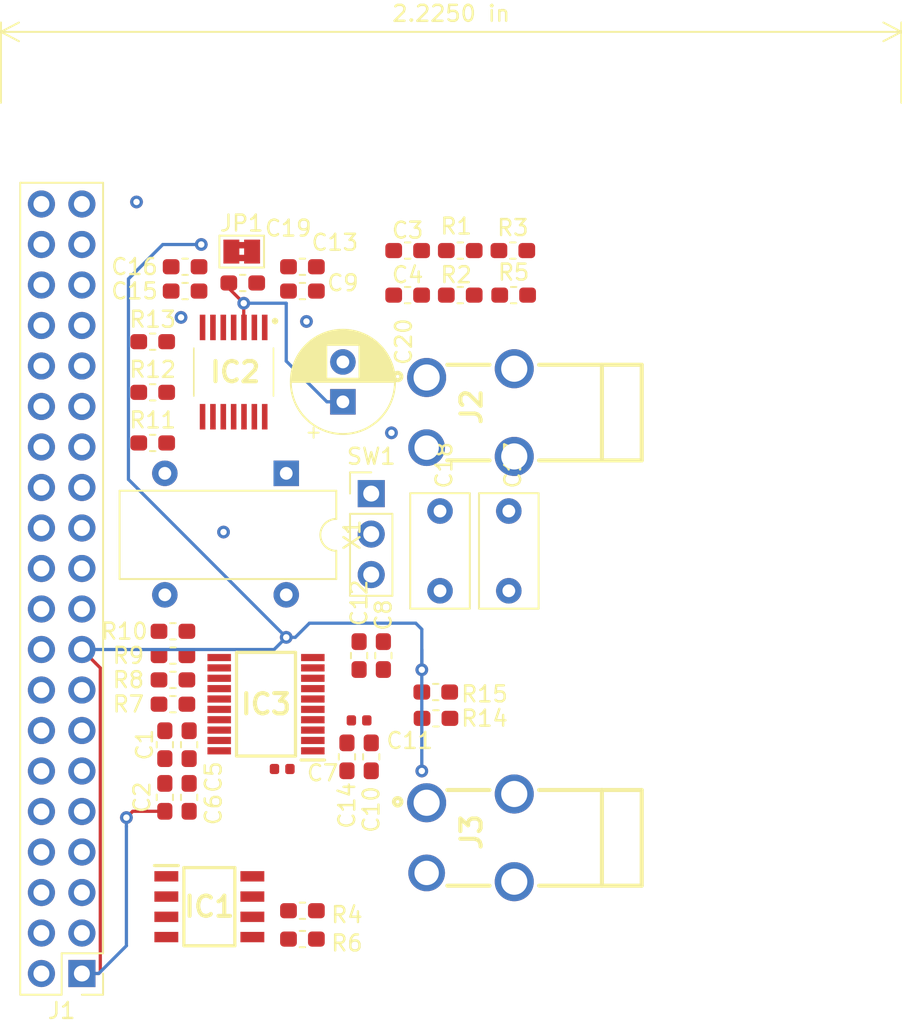
<source format=kicad_pcb>
(kicad_pcb (version 20171130) (host pcbnew "(5.1.2)-2")

  (general
    (thickness 1.6)
    (drawings 1)
    (tracks 43)
    (zones 0)
    (modules 44)
    (nets 35)
  )

  (page A4)
  (layers
    (0 F.Cu signal)
    (31 B.Cu signal)
    (32 B.Adhes user hide)
    (33 F.Adhes user hide)
    (34 B.Paste user)
    (35 F.Paste user)
    (36 B.SilkS user)
    (37 F.SilkS user)
    (38 B.Mask user)
    (39 F.Mask user)
    (40 Dwgs.User user)
    (41 Cmts.User user)
    (42 Eco1.User user)
    (43 Eco2.User user)
    (44 Edge.Cuts user)
    (45 Margin user)
    (46 B.CrtYd user)
    (47 F.CrtYd user)
    (48 B.Fab user)
    (49 F.Fab user hide)
  )

  (setup
    (last_trace_width 0.2032)
    (trace_clearance 0.2032)
    (zone_clearance 0.508)
    (zone_45_only no)
    (trace_min 0.2032)
    (via_size 0.8)
    (via_drill 0.4)
    (via_min_size 0.4)
    (via_min_drill 0.3)
    (uvia_size 0.3)
    (uvia_drill 0.1)
    (uvias_allowed no)
    (uvia_min_size 0.2)
    (uvia_min_drill 0.1)
    (edge_width 0.05)
    (segment_width 0.2)
    (pcb_text_width 0.3)
    (pcb_text_size 1.5 1.5)
    (mod_edge_width 0.12)
    (mod_text_size 1 1)
    (mod_text_width 0.15)
    (pad_size 1.524 1.524)
    (pad_drill 0.762)
    (pad_to_mask_clearance 0.051)
    (solder_mask_min_width 0.25)
    (aux_axis_origin 35.56 74.93)
    (visible_elements 7FFFFFFF)
    (pcbplotparams
      (layerselection 0x010f0_ffffffff)
      (usegerberextensions true)
      (usegerberattributes false)
      (usegerberadvancedattributes false)
      (creategerberjobfile false)
      (excludeedgelayer true)
      (linewidth 0.100000)
      (plotframeref false)
      (viasonmask false)
      (mode 1)
      (useauxorigin false)
      (hpglpennumber 1)
      (hpglpenspeed 20)
      (hpglpendiameter 15.000000)
      (psnegative false)
      (psa4output false)
      (plotreference true)
      (plotvalue true)
      (plotinvisibletext false)
      (padsonsilk false)
      (subtractmaskfromsilk false)
      (outputformat 1)
      (mirror false)
      (drillshape 0)
      (scaleselection 1)
      (outputdirectory "plotteddata/"))
  )

  (net 0 "")
  (net 1 "Net-(C1-Pad1)")
  (net 2 Earth)
  (net 3 +3V3)
  (net 4 "Net-(C3-Pad2)")
  (net 5 "Net-(C3-Pad1)")
  (net 6 "Net-(C4-Pad2)")
  (net 7 /DAP4_DIN)
  (net 8 "Net-(C7-Pad2)")
  (net 9 "Net-(C7-Pad1)")
  (net 10 GNDA)
  (net 11 "Net-(C13-Pad1)")
  (net 12 "Net-(C11-Pad2)")
  (net 13 "Net-(C17-Pad1)")
  (net 14 "Net-(C18-Pad1)")
  (net 15 +5V)
  (net 16 /I2C_2_SDA)
  (net 17 /I2C_2_SCL)
  (net 18 /AUDIO_MCLK)
  (net 19 "Net-(IC2-Pad7)")
  (net 20 "Net-(IC2-Pad8)")
  (net 21 "Net-(IC2-Pad9)")
  (net 22 "Net-(IC2-Pad11)")
  (net 23 "Net-(IC3-Pad6)")
  (net 24 "Net-(IC3-Pad7)")
  (net 25 "Net-(IC3-Pad12)")
  (net 26 "Net-(IC3-Pad13)")
  (net 27 "Net-(IC3-Pad14)")
  (net 28 "Net-(IC3-Pad15)")
  (net 29 /DAP4_SCLK)
  (net 30 /DAP4_FS)
  (net 31 /DAP4_DOUT)
  (net 32 "Net-(J2-Pad4)")
  (net 33 "Net-(J2-Pad2)")
  (net 34 "Net-(C4-Pad1)")

  (net_class Default "これはデフォルトのネット クラスです。"
    (clearance 0.2032)
    (trace_width 0.2032)
    (via_dia 0.8)
    (via_drill 0.4)
    (uvia_dia 0.3)
    (uvia_drill 0.1)
    (diff_pair_width 0.2032)
    (diff_pair_gap 0.25)
    (add_net +3V3)
    (add_net +5V)
    (add_net /AUDIO_MCLK)
    (add_net /DAP4_DIN)
    (add_net /DAP4_DOUT)
    (add_net /DAP4_FS)
    (add_net /DAP4_SCLK)
    (add_net /I2C_2_SCL)
    (add_net /I2C_2_SDA)
    (add_net Earth)
    (add_net GNDA)
    (add_net "Net-(C1-Pad1)")
    (add_net "Net-(C11-Pad2)")
    (add_net "Net-(C13-Pad1)")
    (add_net "Net-(C17-Pad1)")
    (add_net "Net-(C18-Pad1)")
    (add_net "Net-(C3-Pad1)")
    (add_net "Net-(C3-Pad2)")
    (add_net "Net-(C4-Pad1)")
    (add_net "Net-(C4-Pad2)")
    (add_net "Net-(C7-Pad1)")
    (add_net "Net-(C7-Pad2)")
    (add_net "Net-(IC2-Pad11)")
    (add_net "Net-(IC2-Pad7)")
    (add_net "Net-(IC2-Pad8)")
    (add_net "Net-(IC2-Pad9)")
    (add_net "Net-(IC3-Pad12)")
    (add_net "Net-(IC3-Pad13)")
    (add_net "Net-(IC3-Pad14)")
    (add_net "Net-(IC3-Pad15)")
    (add_net "Net-(IC3-Pad6)")
    (add_net "Net-(IC3-Pad7)")
    (add_net "Net-(J2-Pad2)")
    (add_net "Net-(J2-Pad4)")
  )

  (module Capacitor_SMD:C_0603_1608Metric_Pad1.05x0.95mm_HandSolder (layer F.Cu) (tedit 5B301BBE) (tstamp 5DF8B2CD)
    (at 56.642 62.484 270)
    (descr "Capacitor SMD 0603 (1608 Metric), square (rectangular) end terminal, IPC_7351 nominal with elongated pad for handsoldering. (Body size source: http://www.tortai-tech.com/upload/download/2011102023233369053.pdf), generated with kicad-footprint-generator")
    (tags "capacitor handsolder")
    (path /5D3BD805)
    (attr smd)
    (fp_text reference C1 (at 0 1.27 90) (layer F.SilkS)
      (effects (font (size 1 1) (thickness 0.15)))
    )
    (fp_text value 10u (at 0 1.43 90) (layer F.Fab)
      (effects (font (size 1 1) (thickness 0.15)))
    )
    (fp_text user %R (at 0 0 90) (layer F.Fab)
      (effects (font (size 0.4 0.4) (thickness 0.06)))
    )
    (fp_line (start 1.65 0.73) (end -1.65 0.73) (layer F.CrtYd) (width 0.05))
    (fp_line (start 1.65 -0.73) (end 1.65 0.73) (layer F.CrtYd) (width 0.05))
    (fp_line (start -1.65 -0.73) (end 1.65 -0.73) (layer F.CrtYd) (width 0.05))
    (fp_line (start -1.65 0.73) (end -1.65 -0.73) (layer F.CrtYd) (width 0.05))
    (fp_line (start -0.171267 0.51) (end 0.171267 0.51) (layer F.SilkS) (width 0.12))
    (fp_line (start -0.171267 -0.51) (end 0.171267 -0.51) (layer F.SilkS) (width 0.12))
    (fp_line (start 0.8 0.4) (end -0.8 0.4) (layer F.Fab) (width 0.1))
    (fp_line (start 0.8 -0.4) (end 0.8 0.4) (layer F.Fab) (width 0.1))
    (fp_line (start -0.8 -0.4) (end 0.8 -0.4) (layer F.Fab) (width 0.1))
    (fp_line (start -0.8 0.4) (end -0.8 -0.4) (layer F.Fab) (width 0.1))
    (pad 2 smd roundrect (at 0.875 0 270) (size 1.05 0.95) (layers F.Cu F.Paste F.Mask) (roundrect_rratio 0.25)
      (net 2 Earth))
    (pad 1 smd roundrect (at -0.875 0 270) (size 1.05 0.95) (layers F.Cu F.Paste F.Mask) (roundrect_rratio 0.25)
      (net 1 "Net-(C1-Pad1)"))
    (model ${KISYS3DMOD}/Capacitor_SMD.3dshapes/C_0603_1608Metric.wrl
      (at (xyz 0 0 0))
      (scale (xyz 1 1 1))
      (rotate (xyz 0 0 0))
    )
  )

  (module Capacitor_SMD:C_0603_1608Metric_Pad1.05x0.95mm_HandSolder (layer F.Cu) (tedit 5B301BBE) (tstamp 5DF8B2DE)
    (at 56.642 65.786 90)
    (descr "Capacitor SMD 0603 (1608 Metric), square (rectangular) end terminal, IPC_7351 nominal with elongated pad for handsoldering. (Body size source: http://www.tortai-tech.com/upload/download/2011102023233369053.pdf), generated with kicad-footprint-generator")
    (tags "capacitor handsolder")
    (path /5D3C2392)
    (attr smd)
    (fp_text reference C2 (at 0 -1.43 90) (layer F.SilkS)
      (effects (font (size 1 1) (thickness 0.15)))
    )
    (fp_text value 10u (at 0 1.43 90) (layer F.Fab)
      (effects (font (size 1 1) (thickness 0.15)))
    )
    (fp_text user %R (at 0 0 90) (layer F.Fab)
      (effects (font (size 0.4 0.4) (thickness 0.06)))
    )
    (fp_line (start 1.65 0.73) (end -1.65 0.73) (layer F.CrtYd) (width 0.05))
    (fp_line (start 1.65 -0.73) (end 1.65 0.73) (layer F.CrtYd) (width 0.05))
    (fp_line (start -1.65 -0.73) (end 1.65 -0.73) (layer F.CrtYd) (width 0.05))
    (fp_line (start -1.65 0.73) (end -1.65 -0.73) (layer F.CrtYd) (width 0.05))
    (fp_line (start -0.171267 0.51) (end 0.171267 0.51) (layer F.SilkS) (width 0.12))
    (fp_line (start -0.171267 -0.51) (end 0.171267 -0.51) (layer F.SilkS) (width 0.12))
    (fp_line (start 0.8 0.4) (end -0.8 0.4) (layer F.Fab) (width 0.1))
    (fp_line (start 0.8 -0.4) (end 0.8 0.4) (layer F.Fab) (width 0.1))
    (fp_line (start -0.8 -0.4) (end 0.8 -0.4) (layer F.Fab) (width 0.1))
    (fp_line (start -0.8 0.4) (end -0.8 -0.4) (layer F.Fab) (width 0.1))
    (pad 2 smd roundrect (at 0.875 0 90) (size 1.05 0.95) (layers F.Cu F.Paste F.Mask) (roundrect_rratio 0.25)
      (net 2 Earth))
    (pad 1 smd roundrect (at -0.875 0 90) (size 1.05 0.95) (layers F.Cu F.Paste F.Mask) (roundrect_rratio 0.25)
      (net 3 +3V3))
    (model ${KISYS3DMOD}/Capacitor_SMD.3dshapes/C_0603_1608Metric.wrl
      (at (xyz 0 0 0))
      (scale (xyz 1 1 1))
      (rotate (xyz 0 0 0))
    )
  )

  (module Capacitor_SMD:C_0603_1608Metric_Pad1.05x0.95mm_HandSolder (layer F.Cu) (tedit 5B301BBE) (tstamp 5DF8B2EF)
    (at 71.882 31.496)
    (descr "Capacitor SMD 0603 (1608 Metric), square (rectangular) end terminal, IPC_7351 nominal with elongated pad for handsoldering. (Body size source: http://www.tortai-tech.com/upload/download/2011102023233369053.pdf), generated with kicad-footprint-generator")
    (tags "capacitor handsolder")
    (path /5D44EABE)
    (attr smd)
    (fp_text reference C3 (at 0 -1.27) (layer F.SilkS)
      (effects (font (size 1 1) (thickness 0.15)))
    )
    (fp_text value 4.7u (at 0 1.43) (layer F.Fab)
      (effects (font (size 1 1) (thickness 0.15)))
    )
    (fp_text user %R (at 0 0) (layer F.Fab)
      (effects (font (size 0.4 0.4) (thickness 0.06)))
    )
    (fp_line (start 1.65 0.73) (end -1.65 0.73) (layer F.CrtYd) (width 0.05))
    (fp_line (start 1.65 -0.73) (end 1.65 0.73) (layer F.CrtYd) (width 0.05))
    (fp_line (start -1.65 -0.73) (end 1.65 -0.73) (layer F.CrtYd) (width 0.05))
    (fp_line (start -1.65 0.73) (end -1.65 -0.73) (layer F.CrtYd) (width 0.05))
    (fp_line (start -0.171267 0.51) (end 0.171267 0.51) (layer F.SilkS) (width 0.12))
    (fp_line (start -0.171267 -0.51) (end 0.171267 -0.51) (layer F.SilkS) (width 0.12))
    (fp_line (start 0.8 0.4) (end -0.8 0.4) (layer F.Fab) (width 0.1))
    (fp_line (start 0.8 -0.4) (end 0.8 0.4) (layer F.Fab) (width 0.1))
    (fp_line (start -0.8 -0.4) (end 0.8 -0.4) (layer F.Fab) (width 0.1))
    (fp_line (start -0.8 0.4) (end -0.8 -0.4) (layer F.Fab) (width 0.1))
    (pad 2 smd roundrect (at 0.875 0) (size 1.05 0.95) (layers F.Cu F.Paste F.Mask) (roundrect_rratio 0.25)
      (net 4 "Net-(C3-Pad2)"))
    (pad 1 smd roundrect (at -0.875 0) (size 1.05 0.95) (layers F.Cu F.Paste F.Mask) (roundrect_rratio 0.25)
      (net 5 "Net-(C3-Pad1)"))
    (model ${KISYS3DMOD}/Capacitor_SMD.3dshapes/C_0603_1608Metric.wrl
      (at (xyz 0 0 0))
      (scale (xyz 1 1 1))
      (rotate (xyz 0 0 0))
    )
  )

  (module Capacitor_SMD:C_0603_1608Metric_Pad1.05x0.95mm_HandSolder (layer F.Cu) (tedit 5B301BBE) (tstamp 5DF8B300)
    (at 71.882 34.29)
    (descr "Capacitor SMD 0603 (1608 Metric), square (rectangular) end terminal, IPC_7351 nominal with elongated pad for handsoldering. (Body size source: http://www.tortai-tech.com/upload/download/2011102023233369053.pdf), generated with kicad-footprint-generator")
    (tags "capacitor handsolder")
    (path /5D45B2E7)
    (attr smd)
    (fp_text reference C4 (at 0 -1.27) (layer F.SilkS)
      (effects (font (size 1 1) (thickness 0.15)))
    )
    (fp_text value 4.7u (at 0 1.43) (layer F.Fab)
      (effects (font (size 1 1) (thickness 0.15)))
    )
    (fp_line (start -0.8 0.4) (end -0.8 -0.4) (layer F.Fab) (width 0.1))
    (fp_line (start -0.8 -0.4) (end 0.8 -0.4) (layer F.Fab) (width 0.1))
    (fp_line (start 0.8 -0.4) (end 0.8 0.4) (layer F.Fab) (width 0.1))
    (fp_line (start 0.8 0.4) (end -0.8 0.4) (layer F.Fab) (width 0.1))
    (fp_line (start -0.171267 -0.51) (end 0.171267 -0.51) (layer F.SilkS) (width 0.12))
    (fp_line (start -0.171267 0.51) (end 0.171267 0.51) (layer F.SilkS) (width 0.12))
    (fp_line (start -1.65 0.73) (end -1.65 -0.73) (layer F.CrtYd) (width 0.05))
    (fp_line (start -1.65 -0.73) (end 1.65 -0.73) (layer F.CrtYd) (width 0.05))
    (fp_line (start 1.65 -0.73) (end 1.65 0.73) (layer F.CrtYd) (width 0.05))
    (fp_line (start 1.65 0.73) (end -1.65 0.73) (layer F.CrtYd) (width 0.05))
    (fp_text user %R (at 0 0) (layer F.Fab)
      (effects (font (size 0.4 0.4) (thickness 0.06)))
    )
    (pad 1 smd roundrect (at -0.875 0) (size 1.05 0.95) (layers F.Cu F.Paste F.Mask) (roundrect_rratio 0.25)
      (net 34 "Net-(C4-Pad1)"))
    (pad 2 smd roundrect (at 0.875 0) (size 1.05 0.95) (layers F.Cu F.Paste F.Mask) (roundrect_rratio 0.25)
      (net 6 "Net-(C4-Pad2)"))
    (model ${KISYS3DMOD}/Capacitor_SMD.3dshapes/C_0603_1608Metric.wrl
      (at (xyz 0 0 0))
      (scale (xyz 1 1 1))
      (rotate (xyz 0 0 0))
    )
  )

  (module Capacitor_SMD:C_0603_1608Metric_Pad1.05x0.95mm_HandSolder (layer F.Cu) (tedit 5B301BBE) (tstamp 5DF8B311)
    (at 58.166 62.484 270)
    (descr "Capacitor SMD 0603 (1608 Metric), square (rectangular) end terminal, IPC_7351 nominal with elongated pad for handsoldering. (Body size source: http://www.tortai-tech.com/upload/download/2011102023233369053.pdf), generated with kicad-footprint-generator")
    (tags "capacitor handsolder")
    (path /5D3BF616)
    (attr smd)
    (fp_text reference C5 (at 2.032 -1.524 90) (layer F.SilkS)
      (effects (font (size 1 1) (thickness 0.15)))
    )
    (fp_text value 0.1u (at 0 1.43 90) (layer F.Fab)
      (effects (font (size 1 1) (thickness 0.15)))
    )
    (fp_line (start -0.8 0.4) (end -0.8 -0.4) (layer F.Fab) (width 0.1))
    (fp_line (start -0.8 -0.4) (end 0.8 -0.4) (layer F.Fab) (width 0.1))
    (fp_line (start 0.8 -0.4) (end 0.8 0.4) (layer F.Fab) (width 0.1))
    (fp_line (start 0.8 0.4) (end -0.8 0.4) (layer F.Fab) (width 0.1))
    (fp_line (start -0.171267 -0.51) (end 0.171267 -0.51) (layer F.SilkS) (width 0.12))
    (fp_line (start -0.171267 0.51) (end 0.171267 0.51) (layer F.SilkS) (width 0.12))
    (fp_line (start -1.65 0.73) (end -1.65 -0.73) (layer F.CrtYd) (width 0.05))
    (fp_line (start -1.65 -0.73) (end 1.65 -0.73) (layer F.CrtYd) (width 0.05))
    (fp_line (start 1.65 -0.73) (end 1.65 0.73) (layer F.CrtYd) (width 0.05))
    (fp_line (start 1.65 0.73) (end -1.65 0.73) (layer F.CrtYd) (width 0.05))
    (fp_text user %R (at 0 0 90) (layer F.Fab)
      (effects (font (size 0.4 0.4) (thickness 0.06)))
    )
    (pad 1 smd roundrect (at -0.875 0 270) (size 1.05 0.95) (layers F.Cu F.Paste F.Mask) (roundrect_rratio 0.25)
      (net 1 "Net-(C1-Pad1)"))
    (pad 2 smd roundrect (at 0.875 0 270) (size 1.05 0.95) (layers F.Cu F.Paste F.Mask) (roundrect_rratio 0.25)
      (net 2 Earth))
    (model ${KISYS3DMOD}/Capacitor_SMD.3dshapes/C_0603_1608Metric.wrl
      (at (xyz 0 0 0))
      (scale (xyz 1 1 1))
      (rotate (xyz 0 0 0))
    )
  )

  (module Capacitor_SMD:C_0603_1608Metric_Pad1.05x0.95mm_HandSolder (layer F.Cu) (tedit 5B301BBE) (tstamp 5DF8B322)
    (at 58.166 65.786 270)
    (descr "Capacitor SMD 0603 (1608 Metric), square (rectangular) end terminal, IPC_7351 nominal with elongated pad for handsoldering. (Body size source: http://www.tortai-tech.com/upload/download/2011102023233369053.pdf), generated with kicad-footprint-generator")
    (tags "capacitor handsolder")
    (path /5D3C2398)
    (attr smd)
    (fp_text reference C6 (at 0.762 -1.524 90) (layer F.SilkS)
      (effects (font (size 1 1) (thickness 0.15)))
    )
    (fp_text value 0.1u (at 0 1.43 90) (layer F.Fab)
      (effects (font (size 1 1) (thickness 0.15)))
    )
    (fp_line (start -0.8 0.4) (end -0.8 -0.4) (layer F.Fab) (width 0.1))
    (fp_line (start -0.8 -0.4) (end 0.8 -0.4) (layer F.Fab) (width 0.1))
    (fp_line (start 0.8 -0.4) (end 0.8 0.4) (layer F.Fab) (width 0.1))
    (fp_line (start 0.8 0.4) (end -0.8 0.4) (layer F.Fab) (width 0.1))
    (fp_line (start -0.171267 -0.51) (end 0.171267 -0.51) (layer F.SilkS) (width 0.12))
    (fp_line (start -0.171267 0.51) (end 0.171267 0.51) (layer F.SilkS) (width 0.12))
    (fp_line (start -1.65 0.73) (end -1.65 -0.73) (layer F.CrtYd) (width 0.05))
    (fp_line (start -1.65 -0.73) (end 1.65 -0.73) (layer F.CrtYd) (width 0.05))
    (fp_line (start 1.65 -0.73) (end 1.65 0.73) (layer F.CrtYd) (width 0.05))
    (fp_line (start 1.65 0.73) (end -1.65 0.73) (layer F.CrtYd) (width 0.05))
    (fp_text user %R (at 0 0 90) (layer F.Fab)
      (effects (font (size 0.4 0.4) (thickness 0.06)))
    )
    (pad 1 smd roundrect (at -0.875 0 270) (size 1.05 0.95) (layers F.Cu F.Paste F.Mask) (roundrect_rratio 0.25)
      (net 2 Earth))
    (pad 2 smd roundrect (at 0.875 0 270) (size 1.05 0.95) (layers F.Cu F.Paste F.Mask) (roundrect_rratio 0.25)
      (net 3 +3V3))
    (model ${KISYS3DMOD}/Capacitor_SMD.3dshapes/C_0603_1608Metric.wrl
      (at (xyz 0 0 0))
      (scale (xyz 1 1 1))
      (rotate (xyz 0 0 0))
    )
  )

  (module Capacitor_SMD:C_0402_1005Metric (layer F.Cu) (tedit 5B301BBE) (tstamp 5DF8B331)
    (at 64.008 64.008 180)
    (descr "Capacitor SMD 0402 (1005 Metric), square (rectangular) end terminal, IPC_7351 nominal, (Body size source: http://www.tortai-tech.com/upload/download/2011102023233369053.pdf), generated with kicad-footprint-generator")
    (tags capacitor)
    (path /5D3F93A9)
    (attr smd)
    (fp_text reference C7 (at -2.54 -0.254) (layer F.SilkS)
      (effects (font (size 1 1) (thickness 0.15)))
    )
    (fp_text value 2.2u (at 0 1.17) (layer F.Fab)
      (effects (font (size 1 1) (thickness 0.15)))
    )
    (fp_line (start -0.5 0.25) (end -0.5 -0.25) (layer F.Fab) (width 0.1))
    (fp_line (start -0.5 -0.25) (end 0.5 -0.25) (layer F.Fab) (width 0.1))
    (fp_line (start 0.5 -0.25) (end 0.5 0.25) (layer F.Fab) (width 0.1))
    (fp_line (start 0.5 0.25) (end -0.5 0.25) (layer F.Fab) (width 0.1))
    (fp_line (start -0.93 0.47) (end -0.93 -0.47) (layer F.CrtYd) (width 0.05))
    (fp_line (start -0.93 -0.47) (end 0.93 -0.47) (layer F.CrtYd) (width 0.05))
    (fp_line (start 0.93 -0.47) (end 0.93 0.47) (layer F.CrtYd) (width 0.05))
    (fp_line (start 0.93 0.47) (end -0.93 0.47) (layer F.CrtYd) (width 0.05))
    (fp_text user %R (at 0 0) (layer F.Fab)
      (effects (font (size 0.25 0.25) (thickness 0.04)))
    )
    (pad 1 smd roundrect (at -0.485 0 180) (size 0.59 0.64) (layers F.Cu F.Paste F.Mask) (roundrect_rratio 0.25)
      (net 9 "Net-(C7-Pad1)"))
    (pad 2 smd roundrect (at 0.485 0 180) (size 0.59 0.64) (layers F.Cu F.Paste F.Mask) (roundrect_rratio 0.25)
      (net 8 "Net-(C7-Pad2)"))
    (model ${KISYS3DMOD}/Capacitor_SMD.3dshapes/C_0402_1005Metric.wrl
      (at (xyz 0 0 0))
      (scale (xyz 1 1 1))
      (rotate (xyz 0 0 0))
    )
  )

  (module Capacitor_SMD:C_0603_1608Metric_Pad1.05x0.95mm_HandSolder (layer F.Cu) (tedit 5B301BBE) (tstamp 5DF8B342)
    (at 70.358 56.896 90)
    (descr "Capacitor SMD 0603 (1608 Metric), square (rectangular) end terminal, IPC_7351 nominal with elongated pad for handsoldering. (Body size source: http://www.tortai-tech.com/upload/download/2011102023233369053.pdf), generated with kicad-footprint-generator")
    (tags "capacitor handsolder")
    (path /5D3E6888)
    (attr smd)
    (fp_text reference C8 (at 2.54 0 90) (layer F.SilkS)
      (effects (font (size 1 1) (thickness 0.15)))
    )
    (fp_text value 0.1u (at 0 1.43 90) (layer F.Fab)
      (effects (font (size 1 1) (thickness 0.15)))
    )
    (fp_text user %R (at 0 0 90) (layer F.Fab)
      (effects (font (size 0.4 0.4) (thickness 0.06)))
    )
    (fp_line (start 1.65 0.73) (end -1.65 0.73) (layer F.CrtYd) (width 0.05))
    (fp_line (start 1.65 -0.73) (end 1.65 0.73) (layer F.CrtYd) (width 0.05))
    (fp_line (start -1.65 -0.73) (end 1.65 -0.73) (layer F.CrtYd) (width 0.05))
    (fp_line (start -1.65 0.73) (end -1.65 -0.73) (layer F.CrtYd) (width 0.05))
    (fp_line (start -0.171267 0.51) (end 0.171267 0.51) (layer F.SilkS) (width 0.12))
    (fp_line (start -0.171267 -0.51) (end 0.171267 -0.51) (layer F.SilkS) (width 0.12))
    (fp_line (start 0.8 0.4) (end -0.8 0.4) (layer F.Fab) (width 0.1))
    (fp_line (start 0.8 -0.4) (end 0.8 0.4) (layer F.Fab) (width 0.1))
    (fp_line (start -0.8 -0.4) (end 0.8 -0.4) (layer F.Fab) (width 0.1))
    (fp_line (start -0.8 0.4) (end -0.8 -0.4) (layer F.Fab) (width 0.1))
    (pad 2 smd roundrect (at 0.875 0 90) (size 1.05 0.95) (layers F.Cu F.Paste F.Mask) (roundrect_rratio 0.25)
      (net 10 GNDA))
    (pad 1 smd roundrect (at -0.875 0 90) (size 1.05 0.95) (layers F.Cu F.Paste F.Mask) (roundrect_rratio 0.25)
      (net 3 +3V3))
    (model ${KISYS3DMOD}/Capacitor_SMD.3dshapes/C_0603_1608Metric.wrl
      (at (xyz 0 0 0))
      (scale (xyz 1 1 1))
      (rotate (xyz 0 0 0))
    )
  )

  (module Capacitor_SMD:C_0603_1608Metric_Pad1.05x0.95mm_HandSolder (layer F.Cu) (tedit 5B301BBE) (tstamp 5DF8B353)
    (at 65.278 34.036)
    (descr "Capacitor SMD 0603 (1608 Metric), square (rectangular) end terminal, IPC_7351 nominal with elongated pad for handsoldering. (Body size source: http://www.tortai-tech.com/upload/download/2011102023233369053.pdf), generated with kicad-footprint-generator")
    (tags "capacitor handsolder")
    (path /5D5D83EE)
    (attr smd)
    (fp_text reference C9 (at 2.54 -0.508) (layer F.SilkS)
      (effects (font (size 1 1) (thickness 0.15)))
    )
    (fp_text value 0.1u (at 0 1.43) (layer F.Fab)
      (effects (font (size 1 1) (thickness 0.15)))
    )
    (fp_text user %R (at 0 0) (layer F.Fab)
      (effects (font (size 0.4 0.4) (thickness 0.06)))
    )
    (fp_line (start 1.65 0.73) (end -1.65 0.73) (layer F.CrtYd) (width 0.05))
    (fp_line (start 1.65 -0.73) (end 1.65 0.73) (layer F.CrtYd) (width 0.05))
    (fp_line (start -1.65 -0.73) (end 1.65 -0.73) (layer F.CrtYd) (width 0.05))
    (fp_line (start -1.65 0.73) (end -1.65 -0.73) (layer F.CrtYd) (width 0.05))
    (fp_line (start -0.171267 0.51) (end 0.171267 0.51) (layer F.SilkS) (width 0.12))
    (fp_line (start -0.171267 -0.51) (end 0.171267 -0.51) (layer F.SilkS) (width 0.12))
    (fp_line (start 0.8 0.4) (end -0.8 0.4) (layer F.Fab) (width 0.1))
    (fp_line (start 0.8 -0.4) (end 0.8 0.4) (layer F.Fab) (width 0.1))
    (fp_line (start -0.8 -0.4) (end 0.8 -0.4) (layer F.Fab) (width 0.1))
    (fp_line (start -0.8 0.4) (end -0.8 -0.4) (layer F.Fab) (width 0.1))
    (pad 2 smd roundrect (at 0.875 0) (size 1.05 0.95) (layers F.Cu F.Paste F.Mask) (roundrect_rratio 0.25)
      (net 10 GNDA))
    (pad 1 smd roundrect (at -0.875 0) (size 1.05 0.95) (layers F.Cu F.Paste F.Mask) (roundrect_rratio 0.25)
      (net 11 "Net-(C13-Pad1)"))
    (model ${KISYS3DMOD}/Capacitor_SMD.3dshapes/C_0603_1608Metric.wrl
      (at (xyz 0 0 0))
      (scale (xyz 1 1 1))
      (rotate (xyz 0 0 0))
    )
  )

  (module Capacitor_SMD:C_0603_1608Metric_Pad1.05x0.95mm_HandSolder (layer F.Cu) (tedit 5B301BBE) (tstamp 5DF8B364)
    (at 69.596 63.246 90)
    (descr "Capacitor SMD 0603 (1608 Metric), square (rectangular) end terminal, IPC_7351 nominal with elongated pad for handsoldering. (Body size source: http://www.tortai-tech.com/upload/download/2011102023233369053.pdf), generated with kicad-footprint-generator")
    (tags "capacitor handsolder")
    (path /5D3EF787)
    (attr smd)
    (fp_text reference C10 (at -3.302 0 90) (layer F.SilkS)
      (effects (font (size 1 1) (thickness 0.15)))
    )
    (fp_text value 0.1u (at 0 1.43 90) (layer F.Fab)
      (effects (font (size 1 1) (thickness 0.15)))
    )
    (fp_line (start -0.8 0.4) (end -0.8 -0.4) (layer F.Fab) (width 0.1))
    (fp_line (start -0.8 -0.4) (end 0.8 -0.4) (layer F.Fab) (width 0.1))
    (fp_line (start 0.8 -0.4) (end 0.8 0.4) (layer F.Fab) (width 0.1))
    (fp_line (start 0.8 0.4) (end -0.8 0.4) (layer F.Fab) (width 0.1))
    (fp_line (start -0.171267 -0.51) (end 0.171267 -0.51) (layer F.SilkS) (width 0.12))
    (fp_line (start -0.171267 0.51) (end 0.171267 0.51) (layer F.SilkS) (width 0.12))
    (fp_line (start -1.65 0.73) (end -1.65 -0.73) (layer F.CrtYd) (width 0.05))
    (fp_line (start -1.65 -0.73) (end 1.65 -0.73) (layer F.CrtYd) (width 0.05))
    (fp_line (start 1.65 -0.73) (end 1.65 0.73) (layer F.CrtYd) (width 0.05))
    (fp_line (start 1.65 0.73) (end -1.65 0.73) (layer F.CrtYd) (width 0.05))
    (fp_text user %R (at 0 0 90) (layer F.Fab)
      (effects (font (size 0.4 0.4) (thickness 0.06)))
    )
    (pad 1 smd roundrect (at -0.875 0 90) (size 1.05 0.95) (layers F.Cu F.Paste F.Mask) (roundrect_rratio 0.25)
      (net 3 +3V3))
    (pad 2 smd roundrect (at 0.875 0 90) (size 1.05 0.95) (layers F.Cu F.Paste F.Mask) (roundrect_rratio 0.25)
      (net 10 GNDA))
    (model ${KISYS3DMOD}/Capacitor_SMD.3dshapes/C_0603_1608Metric.wrl
      (at (xyz 0 0 0))
      (scale (xyz 1 1 1))
      (rotate (xyz 0 0 0))
    )
  )

  (module Capacitor_SMD:C_0402_1005Metric (layer F.Cu) (tedit 5B301BBE) (tstamp 5DF8B373)
    (at 68.834 60.96 180)
    (descr "Capacitor SMD 0402 (1005 Metric), square (rectangular) end terminal, IPC_7351 nominal, (Body size source: http://www.tortai-tech.com/upload/download/2011102023233369053.pdf), generated with kicad-footprint-generator")
    (tags capacitor)
    (path /5D3F8B77)
    (attr smd)
    (fp_text reference C11 (at -3.175 -1.27) (layer F.SilkS)
      (effects (font (size 1 1) (thickness 0.15)))
    )
    (fp_text value 2.2u (at 0 1.17) (layer F.Fab)
      (effects (font (size 1 1) (thickness 0.15)))
    )
    (fp_text user %R (at 0 0) (layer F.Fab)
      (effects (font (size 0.25 0.25) (thickness 0.04)))
    )
    (fp_line (start 0.93 0.47) (end -0.93 0.47) (layer F.CrtYd) (width 0.05))
    (fp_line (start 0.93 -0.47) (end 0.93 0.47) (layer F.CrtYd) (width 0.05))
    (fp_line (start -0.93 -0.47) (end 0.93 -0.47) (layer F.CrtYd) (width 0.05))
    (fp_line (start -0.93 0.47) (end -0.93 -0.47) (layer F.CrtYd) (width 0.05))
    (fp_line (start 0.5 0.25) (end -0.5 0.25) (layer F.Fab) (width 0.1))
    (fp_line (start 0.5 -0.25) (end 0.5 0.25) (layer F.Fab) (width 0.1))
    (fp_line (start -0.5 -0.25) (end 0.5 -0.25) (layer F.Fab) (width 0.1))
    (fp_line (start -0.5 0.25) (end -0.5 -0.25) (layer F.Fab) (width 0.1))
    (pad 2 smd roundrect (at 0.485 0 180) (size 0.59 0.64) (layers F.Cu F.Paste F.Mask) (roundrect_rratio 0.25)
      (net 12 "Net-(C11-Pad2)"))
    (pad 1 smd roundrect (at -0.485 0 180) (size 0.59 0.64) (layers F.Cu F.Paste F.Mask) (roundrect_rratio 0.25)
      (net 10 GNDA))
    (model ${KISYS3DMOD}/Capacitor_SMD.3dshapes/C_0402_1005Metric.wrl
      (at (xyz 0 0 0))
      (scale (xyz 1 1 1))
      (rotate (xyz 0 0 0))
    )
  )

  (module Capacitor_SMD:C_0603_1608Metric_Pad1.05x0.95mm_HandSolder (layer F.Cu) (tedit 5B301BBE) (tstamp 5DF8B384)
    (at 68.834 56.896 90)
    (descr "Capacitor SMD 0603 (1608 Metric), square (rectangular) end terminal, IPC_7351 nominal with elongated pad for handsoldering. (Body size source: http://www.tortai-tech.com/upload/download/2011102023233369053.pdf), generated with kicad-footprint-generator")
    (tags "capacitor handsolder")
    (path /5D3E6882)
    (attr smd)
    (fp_text reference C12 (at 3.302 0 90) (layer F.SilkS)
      (effects (font (size 1 1) (thickness 0.15)))
    )
    (fp_text value 10u (at 0 1.43 90) (layer F.Fab)
      (effects (font (size 1 1) (thickness 0.15)))
    )
    (fp_line (start -0.8 0.4) (end -0.8 -0.4) (layer F.Fab) (width 0.1))
    (fp_line (start -0.8 -0.4) (end 0.8 -0.4) (layer F.Fab) (width 0.1))
    (fp_line (start 0.8 -0.4) (end 0.8 0.4) (layer F.Fab) (width 0.1))
    (fp_line (start 0.8 0.4) (end -0.8 0.4) (layer F.Fab) (width 0.1))
    (fp_line (start -0.171267 -0.51) (end 0.171267 -0.51) (layer F.SilkS) (width 0.12))
    (fp_line (start -0.171267 0.51) (end 0.171267 0.51) (layer F.SilkS) (width 0.12))
    (fp_line (start -1.65 0.73) (end -1.65 -0.73) (layer F.CrtYd) (width 0.05))
    (fp_line (start -1.65 -0.73) (end 1.65 -0.73) (layer F.CrtYd) (width 0.05))
    (fp_line (start 1.65 -0.73) (end 1.65 0.73) (layer F.CrtYd) (width 0.05))
    (fp_line (start 1.65 0.73) (end -1.65 0.73) (layer F.CrtYd) (width 0.05))
    (fp_text user %R (at 0 0 90) (layer F.Fab)
      (effects (font (size 0.4 0.4) (thickness 0.06)))
    )
    (pad 1 smd roundrect (at -0.875 0 90) (size 1.05 0.95) (layers F.Cu F.Paste F.Mask) (roundrect_rratio 0.25)
      (net 3 +3V3))
    (pad 2 smd roundrect (at 0.875 0 90) (size 1.05 0.95) (layers F.Cu F.Paste F.Mask) (roundrect_rratio 0.25)
      (net 10 GNDA))
    (model ${KISYS3DMOD}/Capacitor_SMD.3dshapes/C_0603_1608Metric.wrl
      (at (xyz 0 0 0))
      (scale (xyz 1 1 1))
      (rotate (xyz 0 0 0))
    )
  )

  (module Capacitor_SMD:C_0603_1608Metric_Pad1.05x0.95mm_HandSolder (layer F.Cu) (tedit 5B301BBE) (tstamp 5DF8B395)
    (at 65.278 32.512)
    (descr "Capacitor SMD 0603 (1608 Metric), square (rectangular) end terminal, IPC_7351 nominal with elongated pad for handsoldering. (Body size source: http://www.tortai-tech.com/upload/download/2011102023233369053.pdf), generated with kicad-footprint-generator")
    (tags "capacitor handsolder")
    (path /5D5D83F4)
    (attr smd)
    (fp_text reference C13 (at 2.032 -1.524) (layer F.SilkS)
      (effects (font (size 1 1) (thickness 0.15)))
    )
    (fp_text value 10u (at 0 1.43) (layer F.Fab)
      (effects (font (size 1 1) (thickness 0.15)))
    )
    (fp_line (start -0.8 0.4) (end -0.8 -0.4) (layer F.Fab) (width 0.1))
    (fp_line (start -0.8 -0.4) (end 0.8 -0.4) (layer F.Fab) (width 0.1))
    (fp_line (start 0.8 -0.4) (end 0.8 0.4) (layer F.Fab) (width 0.1))
    (fp_line (start 0.8 0.4) (end -0.8 0.4) (layer F.Fab) (width 0.1))
    (fp_line (start -0.171267 -0.51) (end 0.171267 -0.51) (layer F.SilkS) (width 0.12))
    (fp_line (start -0.171267 0.51) (end 0.171267 0.51) (layer F.SilkS) (width 0.12))
    (fp_line (start -1.65 0.73) (end -1.65 -0.73) (layer F.CrtYd) (width 0.05))
    (fp_line (start -1.65 -0.73) (end 1.65 -0.73) (layer F.CrtYd) (width 0.05))
    (fp_line (start 1.65 -0.73) (end 1.65 0.73) (layer F.CrtYd) (width 0.05))
    (fp_line (start 1.65 0.73) (end -1.65 0.73) (layer F.CrtYd) (width 0.05))
    (fp_text user %R (at 0 0) (layer F.Fab)
      (effects (font (size 0.4 0.4) (thickness 0.06)))
    )
    (pad 1 smd roundrect (at -0.875 0) (size 1.05 0.95) (layers F.Cu F.Paste F.Mask) (roundrect_rratio 0.25)
      (net 11 "Net-(C13-Pad1)"))
    (pad 2 smd roundrect (at 0.875 0) (size 1.05 0.95) (layers F.Cu F.Paste F.Mask) (roundrect_rratio 0.25)
      (net 10 GNDA))
    (model ${KISYS3DMOD}/Capacitor_SMD.3dshapes/C_0603_1608Metric.wrl
      (at (xyz 0 0 0))
      (scale (xyz 1 1 1))
      (rotate (xyz 0 0 0))
    )
  )

  (module Capacitor_SMD:C_0603_1608Metric_Pad1.05x0.95mm_HandSolder (layer F.Cu) (tedit 5B301BBE) (tstamp 5DF8B3A6)
    (at 68.072 63.246 90)
    (descr "Capacitor SMD 0603 (1608 Metric), square (rectangular) end terminal, IPC_7351 nominal with elongated pad for handsoldering. (Body size source: http://www.tortai-tech.com/upload/download/2011102023233369053.pdf), generated with kicad-footprint-generator")
    (tags "capacitor handsolder")
    (path /5D3EF79F)
    (attr smd)
    (fp_text reference C14 (at -3.048 0 90) (layer F.SilkS)
      (effects (font (size 1 1) (thickness 0.15)))
    )
    (fp_text value 10u (at 0 1.43 90) (layer F.Fab)
      (effects (font (size 1 1) (thickness 0.15)))
    )
    (fp_text user %R (at 0 0 90) (layer F.Fab)
      (effects (font (size 0.4 0.4) (thickness 0.06)))
    )
    (fp_line (start 1.65 0.73) (end -1.65 0.73) (layer F.CrtYd) (width 0.05))
    (fp_line (start 1.65 -0.73) (end 1.65 0.73) (layer F.CrtYd) (width 0.05))
    (fp_line (start -1.65 -0.73) (end 1.65 -0.73) (layer F.CrtYd) (width 0.05))
    (fp_line (start -1.65 0.73) (end -1.65 -0.73) (layer F.CrtYd) (width 0.05))
    (fp_line (start -0.171267 0.51) (end 0.171267 0.51) (layer F.SilkS) (width 0.12))
    (fp_line (start -0.171267 -0.51) (end 0.171267 -0.51) (layer F.SilkS) (width 0.12))
    (fp_line (start 0.8 0.4) (end -0.8 0.4) (layer F.Fab) (width 0.1))
    (fp_line (start 0.8 -0.4) (end 0.8 0.4) (layer F.Fab) (width 0.1))
    (fp_line (start -0.8 -0.4) (end 0.8 -0.4) (layer F.Fab) (width 0.1))
    (fp_line (start -0.8 0.4) (end -0.8 -0.4) (layer F.Fab) (width 0.1))
    (pad 2 smd roundrect (at 0.875 0 90) (size 1.05 0.95) (layers F.Cu F.Paste F.Mask) (roundrect_rratio 0.25)
      (net 10 GNDA))
    (pad 1 smd roundrect (at -0.875 0 90) (size 1.05 0.95) (layers F.Cu F.Paste F.Mask) (roundrect_rratio 0.25)
      (net 3 +3V3))
    (model ${KISYS3DMOD}/Capacitor_SMD.3dshapes/C_0603_1608Metric.wrl
      (at (xyz 0 0 0))
      (scale (xyz 1 1 1))
      (rotate (xyz 0 0 0))
    )
  )

  (module Capacitor_SMD:C_0603_1608Metric_Pad1.05x0.95mm_HandSolder (layer F.Cu) (tedit 5B301BBE) (tstamp 5DF8B3B7)
    (at 57.912 34.036 180)
    (descr "Capacitor SMD 0603 (1608 Metric), square (rectangular) end terminal, IPC_7351 nominal with elongated pad for handsoldering. (Body size source: http://www.tortai-tech.com/upload/download/2011102023233369053.pdf), generated with kicad-footprint-generator")
    (tags "capacitor handsolder")
    (path /5D5DEE8B)
    (attr smd)
    (fp_text reference C15 (at 3.175 0) (layer F.SilkS)
      (effects (font (size 1 1) (thickness 0.15)))
    )
    (fp_text value 0.1u (at 0 1.43) (layer F.Fab)
      (effects (font (size 1 1) (thickness 0.15)))
    )
    (fp_line (start -0.8 0.4) (end -0.8 -0.4) (layer F.Fab) (width 0.1))
    (fp_line (start -0.8 -0.4) (end 0.8 -0.4) (layer F.Fab) (width 0.1))
    (fp_line (start 0.8 -0.4) (end 0.8 0.4) (layer F.Fab) (width 0.1))
    (fp_line (start 0.8 0.4) (end -0.8 0.4) (layer F.Fab) (width 0.1))
    (fp_line (start -0.171267 -0.51) (end 0.171267 -0.51) (layer F.SilkS) (width 0.12))
    (fp_line (start -0.171267 0.51) (end 0.171267 0.51) (layer F.SilkS) (width 0.12))
    (fp_line (start -1.65 0.73) (end -1.65 -0.73) (layer F.CrtYd) (width 0.05))
    (fp_line (start -1.65 -0.73) (end 1.65 -0.73) (layer F.CrtYd) (width 0.05))
    (fp_line (start 1.65 -0.73) (end 1.65 0.73) (layer F.CrtYd) (width 0.05))
    (fp_line (start 1.65 0.73) (end -1.65 0.73) (layer F.CrtYd) (width 0.05))
    (fp_text user %R (at 0 0) (layer F.Fab)
      (effects (font (size 0.4 0.4) (thickness 0.06)))
    )
    (pad 1 smd roundrect (at -0.875 0 180) (size 1.05 0.95) (layers F.Cu F.Paste F.Mask) (roundrect_rratio 0.25)
      (net 3 +3V3))
    (pad 2 smd roundrect (at 0.875 0 180) (size 1.05 0.95) (layers F.Cu F.Paste F.Mask) (roundrect_rratio 0.25)
      (net 2 Earth))
    (model ${KISYS3DMOD}/Capacitor_SMD.3dshapes/C_0603_1608Metric.wrl
      (at (xyz 0 0 0))
      (scale (xyz 1 1 1))
      (rotate (xyz 0 0 0))
    )
  )

  (module Capacitor_SMD:C_0603_1608Metric_Pad1.05x0.95mm_HandSolder (layer F.Cu) (tedit 5B301BBE) (tstamp 5DF8B3C8)
    (at 57.912 32.512 180)
    (descr "Capacitor SMD 0603 (1608 Metric), square (rectangular) end terminal, IPC_7351 nominal with elongated pad for handsoldering. (Body size source: http://www.tortai-tech.com/upload/download/2011102023233369053.pdf), generated with kicad-footprint-generator")
    (tags "capacitor handsolder")
    (path /5D5DEE91)
    (attr smd)
    (fp_text reference C16 (at 3.175 0) (layer F.SilkS)
      (effects (font (size 1 1) (thickness 0.15)))
    )
    (fp_text value 10u (at 0 1.43) (layer F.Fab)
      (effects (font (size 1 1) (thickness 0.15)))
    )
    (fp_text user %R (at 0 0) (layer F.Fab)
      (effects (font (size 0.4 0.4) (thickness 0.06)))
    )
    (fp_line (start 1.65 0.73) (end -1.65 0.73) (layer F.CrtYd) (width 0.05))
    (fp_line (start 1.65 -0.73) (end 1.65 0.73) (layer F.CrtYd) (width 0.05))
    (fp_line (start -1.65 -0.73) (end 1.65 -0.73) (layer F.CrtYd) (width 0.05))
    (fp_line (start -1.65 0.73) (end -1.65 -0.73) (layer F.CrtYd) (width 0.05))
    (fp_line (start -0.171267 0.51) (end 0.171267 0.51) (layer F.SilkS) (width 0.12))
    (fp_line (start -0.171267 -0.51) (end 0.171267 -0.51) (layer F.SilkS) (width 0.12))
    (fp_line (start 0.8 0.4) (end -0.8 0.4) (layer F.Fab) (width 0.1))
    (fp_line (start 0.8 -0.4) (end 0.8 0.4) (layer F.Fab) (width 0.1))
    (fp_line (start -0.8 -0.4) (end 0.8 -0.4) (layer F.Fab) (width 0.1))
    (fp_line (start -0.8 0.4) (end -0.8 -0.4) (layer F.Fab) (width 0.1))
    (pad 2 smd roundrect (at 0.875 0 180) (size 1.05 0.95) (layers F.Cu F.Paste F.Mask) (roundrect_rratio 0.25)
      (net 2 Earth))
    (pad 1 smd roundrect (at -0.875 0 180) (size 1.05 0.95) (layers F.Cu F.Paste F.Mask) (roundrect_rratio 0.25)
      (net 3 +3V3))
    (model ${KISYS3DMOD}/Capacitor_SMD.3dshapes/C_0603_1608Metric.wrl
      (at (xyz 0 0 0))
      (scale (xyz 1 1 1))
      (rotate (xyz 0 0 0))
    )
  )

  (module Capacitor_THT:C_Rect_L7.0mm_W3.5mm_P5.00mm (layer F.Cu) (tedit 5AE50EF0) (tstamp 5DF8B3DB)
    (at 78.232 52.832 90)
    (descr "C, Rect series, Radial, pin pitch=5.00mm, , length*width=7*3.5mm^2, Capacitor")
    (tags "C Rect series Radial pin pitch 5.00mm  length 7mm width 3.5mm Capacitor")
    (path /5D43CC7E)
    (fp_text reference C17 (at 7.874 0.254 90) (layer F.SilkS)
      (effects (font (size 1 1) (thickness 0.15)))
    )
    (fp_text value 2200p (at 2.5 3 90) (layer F.Fab)
      (effects (font (size 1 1) (thickness 0.15)))
    )
    (fp_text user %R (at 2.5 0 90) (layer F.Fab)
      (effects (font (size 1 1) (thickness 0.15)))
    )
    (fp_line (start 6.25 -2) (end -1.25 -2) (layer F.CrtYd) (width 0.05))
    (fp_line (start 6.25 2) (end 6.25 -2) (layer F.CrtYd) (width 0.05))
    (fp_line (start -1.25 2) (end 6.25 2) (layer F.CrtYd) (width 0.05))
    (fp_line (start -1.25 -2) (end -1.25 2) (layer F.CrtYd) (width 0.05))
    (fp_line (start 6.12 -1.87) (end 6.12 1.87) (layer F.SilkS) (width 0.12))
    (fp_line (start -1.12 -1.87) (end -1.12 1.87) (layer F.SilkS) (width 0.12))
    (fp_line (start -1.12 1.87) (end 6.12 1.87) (layer F.SilkS) (width 0.12))
    (fp_line (start -1.12 -1.87) (end 6.12 -1.87) (layer F.SilkS) (width 0.12))
    (fp_line (start 6 -1.75) (end -1 -1.75) (layer F.Fab) (width 0.1))
    (fp_line (start 6 1.75) (end 6 -1.75) (layer F.Fab) (width 0.1))
    (fp_line (start -1 1.75) (end 6 1.75) (layer F.Fab) (width 0.1))
    (fp_line (start -1 -1.75) (end -1 1.75) (layer F.Fab) (width 0.1))
    (pad 2 thru_hole circle (at 5 0 90) (size 1.6 1.6) (drill 0.8) (layers *.Cu *.Mask)
      (net 10 GNDA))
    (pad 1 thru_hole circle (at 0 0 90) (size 1.6 1.6) (drill 0.8) (layers *.Cu *.Mask)
      (net 13 "Net-(C17-Pad1)"))
    (model ${KISYS3DMOD}/Capacitor_THT.3dshapes/C_Rect_L7.0mm_W3.5mm_P5.00mm.wrl
      (at (xyz 0 0 0))
      (scale (xyz 1 1 1))
      (rotate (xyz 0 0 0))
    )
  )

  (module Capacitor_THT:C_Rect_L7.0mm_W3.5mm_P5.00mm (layer F.Cu) (tedit 5AE50EF0) (tstamp 5DF8B3EE)
    (at 73.914 52.832 90)
    (descr "C, Rect series, Radial, pin pitch=5.00mm, , length*width=7*3.5mm^2, Capacitor")
    (tags "C Rect series Radial pin pitch 5.00mm  length 7mm width 3.5mm Capacitor")
    (path /5D43E21C)
    (fp_text reference C18 (at 7.874 0.254 90) (layer F.SilkS)
      (effects (font (size 1 1) (thickness 0.15)))
    )
    (fp_text value 2200p (at 2.5 3 90) (layer F.Fab)
      (effects (font (size 1 1) (thickness 0.15)))
    )
    (fp_line (start -1 -1.75) (end -1 1.75) (layer F.Fab) (width 0.1))
    (fp_line (start -1 1.75) (end 6 1.75) (layer F.Fab) (width 0.1))
    (fp_line (start 6 1.75) (end 6 -1.75) (layer F.Fab) (width 0.1))
    (fp_line (start 6 -1.75) (end -1 -1.75) (layer F.Fab) (width 0.1))
    (fp_line (start -1.12 -1.87) (end 6.12 -1.87) (layer F.SilkS) (width 0.12))
    (fp_line (start -1.12 1.87) (end 6.12 1.87) (layer F.SilkS) (width 0.12))
    (fp_line (start -1.12 -1.87) (end -1.12 1.87) (layer F.SilkS) (width 0.12))
    (fp_line (start 6.12 -1.87) (end 6.12 1.87) (layer F.SilkS) (width 0.12))
    (fp_line (start -1.25 -2) (end -1.25 2) (layer F.CrtYd) (width 0.05))
    (fp_line (start -1.25 2) (end 6.25 2) (layer F.CrtYd) (width 0.05))
    (fp_line (start 6.25 2) (end 6.25 -2) (layer F.CrtYd) (width 0.05))
    (fp_line (start 6.25 -2) (end -1.25 -2) (layer F.CrtYd) (width 0.05))
    (fp_text user %R (at 2.5 0 90) (layer F.Fab)
      (effects (font (size 1 1) (thickness 0.15)))
    )
    (pad 1 thru_hole circle (at 0 0 90) (size 1.6 1.6) (drill 0.8) (layers *.Cu *.Mask)
      (net 14 "Net-(C18-Pad1)"))
    (pad 2 thru_hole circle (at 5 0 90) (size 1.6 1.6) (drill 0.8) (layers *.Cu *.Mask)
      (net 10 GNDA))
    (model ${KISYS3DMOD}/Capacitor_THT.3dshapes/C_Rect_L7.0mm_W3.5mm_P5.00mm.wrl
      (at (xyz 0 0 0))
      (scale (xyz 1 1 1))
      (rotate (xyz 0 0 0))
    )
  )

  (module Capacitor_SMD:C_0603_1608Metric_Pad1.05x0.95mm_HandSolder (layer F.Cu) (tedit 5B301BBE) (tstamp 5DF8B3FF)
    (at 61.5315 33.528)
    (descr "Capacitor SMD 0603 (1608 Metric), square (rectangular) end terminal, IPC_7351 nominal with elongated pad for handsoldering. (Body size source: http://www.tortai-tech.com/upload/download/2011102023233369053.pdf), generated with kicad-footprint-generator")
    (tags "capacitor handsolder")
    (path /5D5E53C6)
    (attr smd)
    (fp_text reference C19 (at 2.8575 -3.429) (layer F.SilkS)
      (effects (font (size 1 1) (thickness 0.15)))
    )
    (fp_text value 0.1u (at 0 1.43) (layer F.Fab)
      (effects (font (size 1 1) (thickness 0.15)))
    )
    (fp_line (start -0.8 0.4) (end -0.8 -0.4) (layer F.Fab) (width 0.1))
    (fp_line (start -0.8 -0.4) (end 0.8 -0.4) (layer F.Fab) (width 0.1))
    (fp_line (start 0.8 -0.4) (end 0.8 0.4) (layer F.Fab) (width 0.1))
    (fp_line (start 0.8 0.4) (end -0.8 0.4) (layer F.Fab) (width 0.1))
    (fp_line (start -0.171267 -0.51) (end 0.171267 -0.51) (layer F.SilkS) (width 0.12))
    (fp_line (start -0.171267 0.51) (end 0.171267 0.51) (layer F.SilkS) (width 0.12))
    (fp_line (start -1.65 0.73) (end -1.65 -0.73) (layer F.CrtYd) (width 0.05))
    (fp_line (start -1.65 -0.73) (end 1.65 -0.73) (layer F.CrtYd) (width 0.05))
    (fp_line (start 1.65 -0.73) (end 1.65 0.73) (layer F.CrtYd) (width 0.05))
    (fp_line (start 1.65 0.73) (end -1.65 0.73) (layer F.CrtYd) (width 0.05))
    (fp_text user %R (at 0 0) (layer F.Fab)
      (effects (font (size 0.4 0.4) (thickness 0.06)))
    )
    (pad 1 smd roundrect (at -0.875 0) (size 1.05 0.95) (layers F.Cu F.Paste F.Mask) (roundrect_rratio 0.25)
      (net 15 +5V))
    (pad 2 smd roundrect (at 0.875 0) (size 1.05 0.95) (layers F.Cu F.Paste F.Mask) (roundrect_rratio 0.25)
      (net 10 GNDA))
    (model ${KISYS3DMOD}/Capacitor_SMD.3dshapes/C_0603_1608Metric.wrl
      (at (xyz 0 0 0))
      (scale (xyz 1 1 1))
      (rotate (xyz 0 0 0))
    )
  )

  (module Capacitor_THT:CP_Radial_D6.3mm_P2.50mm (layer F.Cu) (tedit 5AE50EF0) (tstamp 5DF8B493)
    (at 67.818 40.981 90)
    (descr "CP, Radial series, Radial, pin pitch=2.50mm, , diameter=6.3mm, Electrolytic Capacitor")
    (tags "CP Radial series Radial pin pitch 2.50mm  diameter 6.3mm Electrolytic Capacitor")
    (path /5D5E53CC)
    (fp_text reference C20 (at 3.77 3.81 90) (layer F.SilkS)
      (effects (font (size 1 1) (thickness 0.15)))
    )
    (fp_text value 47u (at 1.25 4.4 90) (layer F.Fab)
      (effects (font (size 1 1) (thickness 0.15)))
    )
    (fp_circle (center 1.25 0) (end 4.4 0) (layer F.Fab) (width 0.1))
    (fp_circle (center 1.25 0) (end 4.52 0) (layer F.SilkS) (width 0.12))
    (fp_circle (center 1.25 0) (end 4.65 0) (layer F.CrtYd) (width 0.05))
    (fp_line (start -1.443972 -1.3735) (end -0.813972 -1.3735) (layer F.Fab) (width 0.1))
    (fp_line (start -1.128972 -1.6885) (end -1.128972 -1.0585) (layer F.Fab) (width 0.1))
    (fp_line (start 1.25 -3.23) (end 1.25 3.23) (layer F.SilkS) (width 0.12))
    (fp_line (start 1.29 -3.23) (end 1.29 3.23) (layer F.SilkS) (width 0.12))
    (fp_line (start 1.33 -3.23) (end 1.33 3.23) (layer F.SilkS) (width 0.12))
    (fp_line (start 1.37 -3.228) (end 1.37 3.228) (layer F.SilkS) (width 0.12))
    (fp_line (start 1.41 -3.227) (end 1.41 3.227) (layer F.SilkS) (width 0.12))
    (fp_line (start 1.45 -3.224) (end 1.45 3.224) (layer F.SilkS) (width 0.12))
    (fp_line (start 1.49 -3.222) (end 1.49 -1.04) (layer F.SilkS) (width 0.12))
    (fp_line (start 1.49 1.04) (end 1.49 3.222) (layer F.SilkS) (width 0.12))
    (fp_line (start 1.53 -3.218) (end 1.53 -1.04) (layer F.SilkS) (width 0.12))
    (fp_line (start 1.53 1.04) (end 1.53 3.218) (layer F.SilkS) (width 0.12))
    (fp_line (start 1.57 -3.215) (end 1.57 -1.04) (layer F.SilkS) (width 0.12))
    (fp_line (start 1.57 1.04) (end 1.57 3.215) (layer F.SilkS) (width 0.12))
    (fp_line (start 1.61 -3.211) (end 1.61 -1.04) (layer F.SilkS) (width 0.12))
    (fp_line (start 1.61 1.04) (end 1.61 3.211) (layer F.SilkS) (width 0.12))
    (fp_line (start 1.65 -3.206) (end 1.65 -1.04) (layer F.SilkS) (width 0.12))
    (fp_line (start 1.65 1.04) (end 1.65 3.206) (layer F.SilkS) (width 0.12))
    (fp_line (start 1.69 -3.201) (end 1.69 -1.04) (layer F.SilkS) (width 0.12))
    (fp_line (start 1.69 1.04) (end 1.69 3.201) (layer F.SilkS) (width 0.12))
    (fp_line (start 1.73 -3.195) (end 1.73 -1.04) (layer F.SilkS) (width 0.12))
    (fp_line (start 1.73 1.04) (end 1.73 3.195) (layer F.SilkS) (width 0.12))
    (fp_line (start 1.77 -3.189) (end 1.77 -1.04) (layer F.SilkS) (width 0.12))
    (fp_line (start 1.77 1.04) (end 1.77 3.189) (layer F.SilkS) (width 0.12))
    (fp_line (start 1.81 -3.182) (end 1.81 -1.04) (layer F.SilkS) (width 0.12))
    (fp_line (start 1.81 1.04) (end 1.81 3.182) (layer F.SilkS) (width 0.12))
    (fp_line (start 1.85 -3.175) (end 1.85 -1.04) (layer F.SilkS) (width 0.12))
    (fp_line (start 1.85 1.04) (end 1.85 3.175) (layer F.SilkS) (width 0.12))
    (fp_line (start 1.89 -3.167) (end 1.89 -1.04) (layer F.SilkS) (width 0.12))
    (fp_line (start 1.89 1.04) (end 1.89 3.167) (layer F.SilkS) (width 0.12))
    (fp_line (start 1.93 -3.159) (end 1.93 -1.04) (layer F.SilkS) (width 0.12))
    (fp_line (start 1.93 1.04) (end 1.93 3.159) (layer F.SilkS) (width 0.12))
    (fp_line (start 1.971 -3.15) (end 1.971 -1.04) (layer F.SilkS) (width 0.12))
    (fp_line (start 1.971 1.04) (end 1.971 3.15) (layer F.SilkS) (width 0.12))
    (fp_line (start 2.011 -3.141) (end 2.011 -1.04) (layer F.SilkS) (width 0.12))
    (fp_line (start 2.011 1.04) (end 2.011 3.141) (layer F.SilkS) (width 0.12))
    (fp_line (start 2.051 -3.131) (end 2.051 -1.04) (layer F.SilkS) (width 0.12))
    (fp_line (start 2.051 1.04) (end 2.051 3.131) (layer F.SilkS) (width 0.12))
    (fp_line (start 2.091 -3.121) (end 2.091 -1.04) (layer F.SilkS) (width 0.12))
    (fp_line (start 2.091 1.04) (end 2.091 3.121) (layer F.SilkS) (width 0.12))
    (fp_line (start 2.131 -3.11) (end 2.131 -1.04) (layer F.SilkS) (width 0.12))
    (fp_line (start 2.131 1.04) (end 2.131 3.11) (layer F.SilkS) (width 0.12))
    (fp_line (start 2.171 -3.098) (end 2.171 -1.04) (layer F.SilkS) (width 0.12))
    (fp_line (start 2.171 1.04) (end 2.171 3.098) (layer F.SilkS) (width 0.12))
    (fp_line (start 2.211 -3.086) (end 2.211 -1.04) (layer F.SilkS) (width 0.12))
    (fp_line (start 2.211 1.04) (end 2.211 3.086) (layer F.SilkS) (width 0.12))
    (fp_line (start 2.251 -3.074) (end 2.251 -1.04) (layer F.SilkS) (width 0.12))
    (fp_line (start 2.251 1.04) (end 2.251 3.074) (layer F.SilkS) (width 0.12))
    (fp_line (start 2.291 -3.061) (end 2.291 -1.04) (layer F.SilkS) (width 0.12))
    (fp_line (start 2.291 1.04) (end 2.291 3.061) (layer F.SilkS) (width 0.12))
    (fp_line (start 2.331 -3.047) (end 2.331 -1.04) (layer F.SilkS) (width 0.12))
    (fp_line (start 2.331 1.04) (end 2.331 3.047) (layer F.SilkS) (width 0.12))
    (fp_line (start 2.371 -3.033) (end 2.371 -1.04) (layer F.SilkS) (width 0.12))
    (fp_line (start 2.371 1.04) (end 2.371 3.033) (layer F.SilkS) (width 0.12))
    (fp_line (start 2.411 -3.018) (end 2.411 -1.04) (layer F.SilkS) (width 0.12))
    (fp_line (start 2.411 1.04) (end 2.411 3.018) (layer F.SilkS) (width 0.12))
    (fp_line (start 2.451 -3.002) (end 2.451 -1.04) (layer F.SilkS) (width 0.12))
    (fp_line (start 2.451 1.04) (end 2.451 3.002) (layer F.SilkS) (width 0.12))
    (fp_line (start 2.491 -2.986) (end 2.491 -1.04) (layer F.SilkS) (width 0.12))
    (fp_line (start 2.491 1.04) (end 2.491 2.986) (layer F.SilkS) (width 0.12))
    (fp_line (start 2.531 -2.97) (end 2.531 -1.04) (layer F.SilkS) (width 0.12))
    (fp_line (start 2.531 1.04) (end 2.531 2.97) (layer F.SilkS) (width 0.12))
    (fp_line (start 2.571 -2.952) (end 2.571 -1.04) (layer F.SilkS) (width 0.12))
    (fp_line (start 2.571 1.04) (end 2.571 2.952) (layer F.SilkS) (width 0.12))
    (fp_line (start 2.611 -2.934) (end 2.611 -1.04) (layer F.SilkS) (width 0.12))
    (fp_line (start 2.611 1.04) (end 2.611 2.934) (layer F.SilkS) (width 0.12))
    (fp_line (start 2.651 -2.916) (end 2.651 -1.04) (layer F.SilkS) (width 0.12))
    (fp_line (start 2.651 1.04) (end 2.651 2.916) (layer F.SilkS) (width 0.12))
    (fp_line (start 2.691 -2.896) (end 2.691 -1.04) (layer F.SilkS) (width 0.12))
    (fp_line (start 2.691 1.04) (end 2.691 2.896) (layer F.SilkS) (width 0.12))
    (fp_line (start 2.731 -2.876) (end 2.731 -1.04) (layer F.SilkS) (width 0.12))
    (fp_line (start 2.731 1.04) (end 2.731 2.876) (layer F.SilkS) (width 0.12))
    (fp_line (start 2.771 -2.856) (end 2.771 -1.04) (layer F.SilkS) (width 0.12))
    (fp_line (start 2.771 1.04) (end 2.771 2.856) (layer F.SilkS) (width 0.12))
    (fp_line (start 2.811 -2.834) (end 2.811 -1.04) (layer F.SilkS) (width 0.12))
    (fp_line (start 2.811 1.04) (end 2.811 2.834) (layer F.SilkS) (width 0.12))
    (fp_line (start 2.851 -2.812) (end 2.851 -1.04) (layer F.SilkS) (width 0.12))
    (fp_line (start 2.851 1.04) (end 2.851 2.812) (layer F.SilkS) (width 0.12))
    (fp_line (start 2.891 -2.79) (end 2.891 -1.04) (layer F.SilkS) (width 0.12))
    (fp_line (start 2.891 1.04) (end 2.891 2.79) (layer F.SilkS) (width 0.12))
    (fp_line (start 2.931 -2.766) (end 2.931 -1.04) (layer F.SilkS) (width 0.12))
    (fp_line (start 2.931 1.04) (end 2.931 2.766) (layer F.SilkS) (width 0.12))
    (fp_line (start 2.971 -2.742) (end 2.971 -1.04) (layer F.SilkS) (width 0.12))
    (fp_line (start 2.971 1.04) (end 2.971 2.742) (layer F.SilkS) (width 0.12))
    (fp_line (start 3.011 -2.716) (end 3.011 -1.04) (layer F.SilkS) (width 0.12))
    (fp_line (start 3.011 1.04) (end 3.011 2.716) (layer F.SilkS) (width 0.12))
    (fp_line (start 3.051 -2.69) (end 3.051 -1.04) (layer F.SilkS) (width 0.12))
    (fp_line (start 3.051 1.04) (end 3.051 2.69) (layer F.SilkS) (width 0.12))
    (fp_line (start 3.091 -2.664) (end 3.091 -1.04) (layer F.SilkS) (width 0.12))
    (fp_line (start 3.091 1.04) (end 3.091 2.664) (layer F.SilkS) (width 0.12))
    (fp_line (start 3.131 -2.636) (end 3.131 -1.04) (layer F.SilkS) (width 0.12))
    (fp_line (start 3.131 1.04) (end 3.131 2.636) (layer F.SilkS) (width 0.12))
    (fp_line (start 3.171 -2.607) (end 3.171 -1.04) (layer F.SilkS) (width 0.12))
    (fp_line (start 3.171 1.04) (end 3.171 2.607) (layer F.SilkS) (width 0.12))
    (fp_line (start 3.211 -2.578) (end 3.211 -1.04) (layer F.SilkS) (width 0.12))
    (fp_line (start 3.211 1.04) (end 3.211 2.578) (layer F.SilkS) (width 0.12))
    (fp_line (start 3.251 -2.548) (end 3.251 -1.04) (layer F.SilkS) (width 0.12))
    (fp_line (start 3.251 1.04) (end 3.251 2.548) (layer F.SilkS) (width 0.12))
    (fp_line (start 3.291 -2.516) (end 3.291 -1.04) (layer F.SilkS) (width 0.12))
    (fp_line (start 3.291 1.04) (end 3.291 2.516) (layer F.SilkS) (width 0.12))
    (fp_line (start 3.331 -2.484) (end 3.331 -1.04) (layer F.SilkS) (width 0.12))
    (fp_line (start 3.331 1.04) (end 3.331 2.484) (layer F.SilkS) (width 0.12))
    (fp_line (start 3.371 -2.45) (end 3.371 -1.04) (layer F.SilkS) (width 0.12))
    (fp_line (start 3.371 1.04) (end 3.371 2.45) (layer F.SilkS) (width 0.12))
    (fp_line (start 3.411 -2.416) (end 3.411 -1.04) (layer F.SilkS) (width 0.12))
    (fp_line (start 3.411 1.04) (end 3.411 2.416) (layer F.SilkS) (width 0.12))
    (fp_line (start 3.451 -2.38) (end 3.451 -1.04) (layer F.SilkS) (width 0.12))
    (fp_line (start 3.451 1.04) (end 3.451 2.38) (layer F.SilkS) (width 0.12))
    (fp_line (start 3.491 -2.343) (end 3.491 -1.04) (layer F.SilkS) (width 0.12))
    (fp_line (start 3.491 1.04) (end 3.491 2.343) (layer F.SilkS) (width 0.12))
    (fp_line (start 3.531 -2.305) (end 3.531 -1.04) (layer F.SilkS) (width 0.12))
    (fp_line (start 3.531 1.04) (end 3.531 2.305) (layer F.SilkS) (width 0.12))
    (fp_line (start 3.571 -2.265) (end 3.571 2.265) (layer F.SilkS) (width 0.12))
    (fp_line (start 3.611 -2.224) (end 3.611 2.224) (layer F.SilkS) (width 0.12))
    (fp_line (start 3.651 -2.182) (end 3.651 2.182) (layer F.SilkS) (width 0.12))
    (fp_line (start 3.691 -2.137) (end 3.691 2.137) (layer F.SilkS) (width 0.12))
    (fp_line (start 3.731 -2.092) (end 3.731 2.092) (layer F.SilkS) (width 0.12))
    (fp_line (start 3.771 -2.044) (end 3.771 2.044) (layer F.SilkS) (width 0.12))
    (fp_line (start 3.811 -1.995) (end 3.811 1.995) (layer F.SilkS) (width 0.12))
    (fp_line (start 3.851 -1.944) (end 3.851 1.944) (layer F.SilkS) (width 0.12))
    (fp_line (start 3.891 -1.89) (end 3.891 1.89) (layer F.SilkS) (width 0.12))
    (fp_line (start 3.931 -1.834) (end 3.931 1.834) (layer F.SilkS) (width 0.12))
    (fp_line (start 3.971 -1.776) (end 3.971 1.776) (layer F.SilkS) (width 0.12))
    (fp_line (start 4.011 -1.714) (end 4.011 1.714) (layer F.SilkS) (width 0.12))
    (fp_line (start 4.051 -1.65) (end 4.051 1.65) (layer F.SilkS) (width 0.12))
    (fp_line (start 4.091 -1.581) (end 4.091 1.581) (layer F.SilkS) (width 0.12))
    (fp_line (start 4.131 -1.509) (end 4.131 1.509) (layer F.SilkS) (width 0.12))
    (fp_line (start 4.171 -1.432) (end 4.171 1.432) (layer F.SilkS) (width 0.12))
    (fp_line (start 4.211 -1.35) (end 4.211 1.35) (layer F.SilkS) (width 0.12))
    (fp_line (start 4.251 -1.262) (end 4.251 1.262) (layer F.SilkS) (width 0.12))
    (fp_line (start 4.291 -1.165) (end 4.291 1.165) (layer F.SilkS) (width 0.12))
    (fp_line (start 4.331 -1.059) (end 4.331 1.059) (layer F.SilkS) (width 0.12))
    (fp_line (start 4.371 -0.94) (end 4.371 0.94) (layer F.SilkS) (width 0.12))
    (fp_line (start 4.411 -0.802) (end 4.411 0.802) (layer F.SilkS) (width 0.12))
    (fp_line (start 4.451 -0.633) (end 4.451 0.633) (layer F.SilkS) (width 0.12))
    (fp_line (start 4.491 -0.402) (end 4.491 0.402) (layer F.SilkS) (width 0.12))
    (fp_line (start -2.250241 -1.839) (end -1.620241 -1.839) (layer F.SilkS) (width 0.12))
    (fp_line (start -1.935241 -2.154) (end -1.935241 -1.524) (layer F.SilkS) (width 0.12))
    (fp_text user %R (at 1.25 0 90) (layer F.Fab)
      (effects (font (size 1 1) (thickness 0.15)))
    )
    (pad 1 thru_hole rect (at 0 0 90) (size 1.6 1.6) (drill 0.8) (layers *.Cu *.Mask)
      (net 15 +5V))
    (pad 2 thru_hole circle (at 2.5 0 90) (size 1.6 1.6) (drill 0.8) (layers *.Cu *.Mask)
      (net 10 GNDA))
    (model ${KISYS3DMOD}/Capacitor_THT.3dshapes/CP_Radial_D6.3mm_P2.50mm.wrl
      (at (xyz 0 0 0))
      (scale (xyz 1 1 1))
      (rotate (xyz 0 0 0))
    )
  )

  (module SamacSys_Parts:SOIC127P600X175-8N (layer F.Cu) (tedit 0) (tstamp 5DF8B4AE)
    (at 59.436 72.644)
    (descr ATECC608A-SSHDA-B-1)
    (tags "Integrated Circuit")
    (path /5DB92EA2)
    (attr smd)
    (fp_text reference IC1 (at 0 0) (layer F.SilkS)
      (effects (font (size 1.27 1.27) (thickness 0.254)))
    )
    (fp_text value ATECC608A-SSHDA-B (at 0 0) (layer F.SilkS) hide
      (effects (font (size 1.27 1.27) (thickness 0.254)))
    )
    (fp_text user %R (at 0 0) (layer F.Fab)
      (effects (font (size 1.27 1.27) (thickness 0.254)))
    )
    (fp_line (start -3.7 -2.7) (end 3.7 -2.7) (layer F.CrtYd) (width 0.05))
    (fp_line (start 3.7 -2.7) (end 3.7 2.7) (layer F.CrtYd) (width 0.05))
    (fp_line (start 3.7 2.7) (end -3.7 2.7) (layer F.CrtYd) (width 0.05))
    (fp_line (start -3.7 2.7) (end -3.7 -2.7) (layer F.CrtYd) (width 0.05))
    (fp_line (start -1.95 -2.45) (end 1.95 -2.45) (layer F.Fab) (width 0.1))
    (fp_line (start 1.95 -2.45) (end 1.95 2.45) (layer F.Fab) (width 0.1))
    (fp_line (start 1.95 2.45) (end -1.95 2.45) (layer F.Fab) (width 0.1))
    (fp_line (start -1.95 2.45) (end -1.95 -2.45) (layer F.Fab) (width 0.1))
    (fp_line (start -1.95 -1.18) (end -0.68 -2.45) (layer F.Fab) (width 0.1))
    (fp_line (start -1.6 -2.45) (end 1.6 -2.45) (layer F.SilkS) (width 0.2))
    (fp_line (start 1.6 -2.45) (end 1.6 2.45) (layer F.SilkS) (width 0.2))
    (fp_line (start 1.6 2.45) (end -1.6 2.45) (layer F.SilkS) (width 0.2))
    (fp_line (start -1.6 2.45) (end -1.6 -2.45) (layer F.SilkS) (width 0.2))
    (fp_line (start -3.45 -2.58) (end -1.95 -2.58) (layer F.SilkS) (width 0.2))
    (pad 1 smd rect (at -2.7 -1.905 90) (size 0.65 1.5) (layers F.Cu F.Paste F.Mask))
    (pad 2 smd rect (at -2.7 -0.635 90) (size 0.65 1.5) (layers F.Cu F.Paste F.Mask))
    (pad 3 smd rect (at -2.7 0.635 90) (size 0.65 1.5) (layers F.Cu F.Paste F.Mask))
    (pad 4 smd rect (at -2.7 1.905 90) (size 0.65 1.5) (layers F.Cu F.Paste F.Mask)
      (net 2 Earth))
    (pad 5 smd rect (at 2.7 1.905 90) (size 0.65 1.5) (layers F.Cu F.Paste F.Mask)
      (net 16 /I2C_2_SDA))
    (pad 6 smd rect (at 2.7 0.635 90) (size 0.65 1.5) (layers F.Cu F.Paste F.Mask)
      (net 17 /I2C_2_SCL))
    (pad 7 smd rect (at 2.7 -0.635 90) (size 0.65 1.5) (layers F.Cu F.Paste F.Mask))
    (pad 8 smd rect (at 2.7 -1.905 90) (size 0.65 1.5) (layers F.Cu F.Paste F.Mask)
      (net 3 +3V3))
    (model "C:\\Users\\mitsuyasu\\Downloads\\library download\\SamacSys_Parts.3dshapes\\ATECC608A-SSHDA-B.stp"
      (at (xyz 0 0 0))
      (scale (xyz 1 1 1))
      (rotate (xyz 0 0 0))
    )
  )

  (module SamacSys_Parts:PCM1808PWR (layer F.Cu) (tedit 0) (tstamp 5DF8B4CF)
    (at 60.96 39.116 180)
    (descr PCM1808PWR-3)
    (tags "Integrated Circuit")
    (path /5DC42A8E)
    (attr smd)
    (fp_text reference IC2 (at -0.1 0) (layer F.SilkS)
      (effects (font (size 1.27 1.27) (thickness 0.254)))
    )
    (fp_text value PCM1808PWR (at -0.1 0) (layer F.Fab) hide
      (effects (font (size 1.27 1.27) (thickness 0.254)))
    )
    (fp_text user %R (at -0.1 0) (layer F.Fab)
      (effects (font (size 1.27 1.27) (thickness 0.254)))
    )
    (fp_line (start -2.5 -2.2) (end 2.5 -2.2) (layer F.Fab) (width 0.2))
    (fp_line (start 2.5 -2.2) (end 2.5 2.2) (layer F.Fab) (width 0.2))
    (fp_line (start 2.5 2.2) (end -2.5 2.2) (layer F.Fab) (width 0.2))
    (fp_line (start -2.5 2.2) (end -2.5 -2.2) (layer F.Fab) (width 0.2))
    (fp_line (start -3.2 -4.1) (end 3 -4.1) (layer F.CrtYd) (width 0.1))
    (fp_line (start 3 -4.1) (end 3 4.1) (layer F.CrtYd) (width 0.1))
    (fp_line (start 3 4.1) (end -3.2 4.1) (layer F.CrtYd) (width 0.1))
    (fp_line (start -3.2 4.1) (end -3.2 -4.1) (layer F.CrtYd) (width 0.1))
    (fp_line (start -2.5 -1.5) (end -2.5 1.5) (layer F.SilkS) (width 0.1))
    (fp_line (start 2.5 -1.5) (end 2.5 1.5) (layer F.SilkS) (width 0.1))
    (fp_line (start -2.6 3.1) (end -2.6 3.1) (layer F.SilkS) (width 0.2))
    (fp_line (start -2.6 3.3) (end -2.6 3.3) (layer F.SilkS) (width 0.2))
    (fp_arc (start -2.6 3.2) (end -2.6 3.1) (angle -180) (layer F.SilkS) (width 0.2))
    (fp_arc (start -2.6 3.2) (end -2.6 3.3) (angle -180) (layer F.SilkS) (width 0.2))
    (pad 1 smd rect (at -1.95 2.8 180) (size 0.35 1.6) (layers F.Cu F.Paste F.Mask)
      (net 11 "Net-(C13-Pad1)"))
    (pad 2 smd rect (at -1.3 2.8 180) (size 0.35 1.6) (layers F.Cu F.Paste F.Mask)
      (net 10 GNDA))
    (pad 3 smd rect (at -0.65 2.8 180) (size 0.35 1.6) (layers F.Cu F.Paste F.Mask)
      (net 15 +5V))
    (pad 4 smd rect (at 0 2.8 180) (size 0.35 1.6) (layers F.Cu F.Paste F.Mask)
      (net 3 +3V3))
    (pad 5 smd rect (at 0.65 2.8 180) (size 0.35 1.6) (layers F.Cu F.Paste F.Mask)
      (net 2 Earth))
    (pad 6 smd rect (at 1.3 2.8 180) (size 0.35 1.6) (layers F.Cu F.Paste F.Mask)
      (net 18 /AUDIO_MCLK))
    (pad 7 smd rect (at 1.95 2.8 180) (size 0.35 1.6) (layers F.Cu F.Paste F.Mask)
      (net 19 "Net-(IC2-Pad7)"))
    (pad 8 smd rect (at 1.95 -2.8 180) (size 0.35 1.6) (layers F.Cu F.Paste F.Mask)
      (net 20 "Net-(IC2-Pad8)"))
    (pad 9 smd rect (at 1.3 -2.8 180) (size 0.35 1.6) (layers F.Cu F.Paste F.Mask)
      (net 21 "Net-(IC2-Pad9)"))
    (pad 10 smd rect (at 0.65 -2.8 180) (size 0.35 1.6) (layers F.Cu F.Paste F.Mask)
      (net 3 +3V3))
    (pad 11 smd rect (at 0 -2.8 180) (size 0.35 1.6) (layers F.Cu F.Paste F.Mask)
      (net 22 "Net-(IC2-Pad11)"))
    (pad 12 smd rect (at -0.65 -2.8 180) (size 0.35 1.6) (layers F.Cu F.Paste F.Mask)
      (net 2 Earth))
    (pad 13 smd rect (at -1.3 -2.8 180) (size 0.35 1.6) (layers F.Cu F.Paste F.Mask)
      (net 5 "Net-(C3-Pad1)"))
    (pad 14 smd rect (at -1.95 -2.8 180) (size 0.35 1.6) (layers F.Cu F.Paste F.Mask)
      (net 34 "Net-(C4-Pad1)"))
    (model "C:\\Users\\mitsuyasu\\Downloads\\library download\\SamacSys_Parts.3dshapes\\PCM1808PWR.stp"
      (at (xyz 0 0 0))
      (scale (xyz 1 1 1))
      (rotate (xyz 0 0 0))
    )
  )

  (module SamacSys_Parts:SOP65P640X120-20N (layer F.Cu) (tedit 0) (tstamp 5DF8B4F6)
    (at 62.992 59.944 180)
    (descr "PW (R-PDSO-G20)")
    (tags "Integrated Circuit")
    (path /5DC415D9)
    (attr smd)
    (fp_text reference IC3 (at 0 0) (layer F.SilkS)
      (effects (font (size 1.27 1.27) (thickness 0.254)))
    )
    (fp_text value PCM5102PW (at 0 0) (layer F.SilkS) hide
      (effects (font (size 1.27 1.27) (thickness 0.254)))
    )
    (fp_text user %R (at 0 0) (layer F.Fab)
      (effects (font (size 1.27 1.27) (thickness 0.254)))
    )
    (fp_line (start -3.925 -3.55) (end 3.925 -3.55) (layer F.CrtYd) (width 0.05))
    (fp_line (start 3.925 -3.55) (end 3.925 3.55) (layer F.CrtYd) (width 0.05))
    (fp_line (start 3.925 3.55) (end -3.925 3.55) (layer F.CrtYd) (width 0.05))
    (fp_line (start -3.925 3.55) (end -3.925 -3.55) (layer F.CrtYd) (width 0.05))
    (fp_line (start -2.2 -3.25) (end 2.2 -3.25) (layer F.Fab) (width 0.1))
    (fp_line (start 2.2 -3.25) (end 2.2 3.25) (layer F.Fab) (width 0.1))
    (fp_line (start 2.2 3.25) (end -2.2 3.25) (layer F.Fab) (width 0.1))
    (fp_line (start -2.2 3.25) (end -2.2 -3.25) (layer F.Fab) (width 0.1))
    (fp_line (start -2.2 -2.6) (end -1.55 -3.25) (layer F.Fab) (width 0.1))
    (fp_line (start -1.85 -3.25) (end 1.85 -3.25) (layer F.SilkS) (width 0.2))
    (fp_line (start 1.85 -3.25) (end 1.85 3.25) (layer F.SilkS) (width 0.2))
    (fp_line (start 1.85 3.25) (end -1.85 3.25) (layer F.SilkS) (width 0.2))
    (fp_line (start -1.85 3.25) (end -1.85 -3.25) (layer F.SilkS) (width 0.2))
    (fp_line (start -3.675 -3.5) (end -2.2 -3.5) (layer F.SilkS) (width 0.2))
    (pad 1 smd rect (at -2.938 -2.925 270) (size 0.45 1.475) (layers F.Cu F.Paste F.Mask)
      (net 3 +3V3))
    (pad 2 smd rect (at -2.938 -2.275 270) (size 0.45 1.475) (layers F.Cu F.Paste F.Mask)
      (net 9 "Net-(C7-Pad1)"))
    (pad 3 smd rect (at -2.938 -1.625 270) (size 0.45 1.475) (layers F.Cu F.Paste F.Mask)
      (net 10 GNDA))
    (pad 4 smd rect (at -2.938 -0.975 270) (size 0.45 1.475) (layers F.Cu F.Paste F.Mask)
      (net 8 "Net-(C7-Pad2)"))
    (pad 5 smd rect (at -2.938 -0.325 270) (size 0.45 1.475) (layers F.Cu F.Paste F.Mask)
      (net 12 "Net-(C11-Pad2)"))
    (pad 6 smd rect (at -2.938 0.325 270) (size 0.45 1.475) (layers F.Cu F.Paste F.Mask)
      (net 23 "Net-(IC3-Pad6)"))
    (pad 7 smd rect (at -2.938 0.975 270) (size 0.45 1.475) (layers F.Cu F.Paste F.Mask)
      (net 24 "Net-(IC3-Pad7)"))
    (pad 8 smd rect (at -2.938 1.625 270) (size 0.45 1.475) (layers F.Cu F.Paste F.Mask)
      (net 3 +3V3))
    (pad 9 smd rect (at -2.938 2.275 270) (size 0.45 1.475) (layers F.Cu F.Paste F.Mask)
      (net 10 GNDA))
    (pad 10 smd rect (at -2.938 2.925 270) (size 0.45 1.475) (layers F.Cu F.Paste F.Mask)
      (net 2 Earth))
    (pad 11 smd rect (at 2.938 2.925 270) (size 0.45 1.475) (layers F.Cu F.Paste F.Mask)
      (net 2 Earth))
    (pad 12 smd rect (at 2.938 2.275 270) (size 0.45 1.475) (layers F.Cu F.Paste F.Mask)
      (net 25 "Net-(IC3-Pad12)"))
    (pad 13 smd rect (at 2.938 1.625 270) (size 0.45 1.475) (layers F.Cu F.Paste F.Mask)
      (net 26 "Net-(IC3-Pad13)"))
    (pad 14 smd rect (at 2.938 0.975 270) (size 0.45 1.475) (layers F.Cu F.Paste F.Mask)
      (net 27 "Net-(IC3-Pad14)"))
    (pad 15 smd rect (at 2.938 0.325 270) (size 0.45 1.475) (layers F.Cu F.Paste F.Mask)
      (net 28 "Net-(IC3-Pad15)"))
    (pad 16 smd rect (at 2.938 -0.325 270) (size 0.45 1.475) (layers F.Cu F.Paste F.Mask)
      (net 2 Earth))
    (pad 17 smd rect (at 2.938 -0.975 270) (size 0.45 1.475) (layers F.Cu F.Paste F.Mask)
      (net 3 +3V3))
    (pad 18 smd rect (at 2.938 -1.625 270) (size 0.45 1.475) (layers F.Cu F.Paste F.Mask)
      (net 1 "Net-(C1-Pad1)"))
    (pad 19 smd rect (at 2.938 -2.275 270) (size 0.45 1.475) (layers F.Cu F.Paste F.Mask)
      (net 2 Earth))
    (pad 20 smd rect (at 2.938 -2.925 270) (size 0.45 1.475) (layers F.Cu F.Paste F.Mask)
      (net 3 +3V3))
    (model "C:\\Users\\mitsuyasu\\Downloads\\library download\\SamacSys_Parts.3dshapes\\PCM5102PW.stp"
      (at (xyz 0 0 0))
      (scale (xyz 1 1 1))
      (rotate (xyz 0 0 0))
    )
  )

  (module Connector_PinHeader_2.54mm:PinHeader_2x20_P2.54mm_Vertical (layer F.Cu) (tedit 59FED5CC) (tstamp 5DF8B534)
    (at 51.435 76.835 180)
    (descr "Through hole straight pin header, 2x20, 2.54mm pitch, double rows")
    (tags "Through hole pin header THT 2x20 2.54mm double row")
    (path /5D4720F8)
    (fp_text reference J1 (at 1.27 -2.33) (layer F.SilkS)
      (effects (font (size 1 1) (thickness 0.15)))
    )
    (fp_text value "Jetson Nano J41 Header" (at 1.27 50.59) (layer F.Fab)
      (effects (font (size 1 1) (thickness 0.15)))
    )
    (fp_line (start 0 -1.27) (end 3.81 -1.27) (layer F.Fab) (width 0.1))
    (fp_line (start 3.81 -1.27) (end 3.81 49.53) (layer F.Fab) (width 0.1))
    (fp_line (start 3.81 49.53) (end -1.27 49.53) (layer F.Fab) (width 0.1))
    (fp_line (start -1.27 49.53) (end -1.27 0) (layer F.Fab) (width 0.1))
    (fp_line (start -1.27 0) (end 0 -1.27) (layer F.Fab) (width 0.1))
    (fp_line (start -1.33 49.59) (end 3.87 49.59) (layer F.SilkS) (width 0.12))
    (fp_line (start -1.33 1.27) (end -1.33 49.59) (layer F.SilkS) (width 0.12))
    (fp_line (start 3.87 -1.33) (end 3.87 49.59) (layer F.SilkS) (width 0.12))
    (fp_line (start -1.33 1.27) (end 1.27 1.27) (layer F.SilkS) (width 0.12))
    (fp_line (start 1.27 1.27) (end 1.27 -1.33) (layer F.SilkS) (width 0.12))
    (fp_line (start 1.27 -1.33) (end 3.87 -1.33) (layer F.SilkS) (width 0.12))
    (fp_line (start -1.33 0) (end -1.33 -1.33) (layer F.SilkS) (width 0.12))
    (fp_line (start -1.33 -1.33) (end 0 -1.33) (layer F.SilkS) (width 0.12))
    (fp_line (start -1.8 -1.8) (end -1.8 50.05) (layer F.CrtYd) (width 0.05))
    (fp_line (start -1.8 50.05) (end 4.35 50.05) (layer F.CrtYd) (width 0.05))
    (fp_line (start 4.35 50.05) (end 4.35 -1.8) (layer F.CrtYd) (width 0.05))
    (fp_line (start 4.35 -1.8) (end -1.8 -1.8) (layer F.CrtYd) (width 0.05))
    (fp_text user %R (at 1.27 24.13 90) (layer F.Fab)
      (effects (font (size 1 1) (thickness 0.15)))
    )
    (pad 1 thru_hole rect (at 0 0 180) (size 1.7 1.7) (drill 1) (layers *.Cu *.Mask)
      (net 3 +3V3))
    (pad 2 thru_hole oval (at 2.54 0 180) (size 1.7 1.7) (drill 1) (layers *.Cu *.Mask)
      (net 15 +5V))
    (pad 3 thru_hole oval (at 0 2.54 180) (size 1.7 1.7) (drill 1) (layers *.Cu *.Mask)
      (net 16 /I2C_2_SDA))
    (pad 4 thru_hole oval (at 2.54 2.54 180) (size 1.7 1.7) (drill 1) (layers *.Cu *.Mask)
      (net 15 +5V))
    (pad 5 thru_hole oval (at 0 5.08 180) (size 1.7 1.7) (drill 1) (layers *.Cu *.Mask)
      (net 17 /I2C_2_SCL))
    (pad 6 thru_hole oval (at 2.54 5.08 180) (size 1.7 1.7) (drill 1) (layers *.Cu *.Mask)
      (net 2 Earth))
    (pad 7 thru_hole oval (at 0 7.62 180) (size 1.7 1.7) (drill 1) (layers *.Cu *.Mask)
      (net 18 /AUDIO_MCLK))
    (pad 8 thru_hole oval (at 2.54 7.62 180) (size 1.7 1.7) (drill 1) (layers *.Cu *.Mask))
    (pad 9 thru_hole oval (at 0 10.16 180) (size 1.7 1.7) (drill 1) (layers *.Cu *.Mask)
      (net 2 Earth))
    (pad 10 thru_hole oval (at 2.54 10.16 180) (size 1.7 1.7) (drill 1) (layers *.Cu *.Mask))
    (pad 11 thru_hole oval (at 0 12.7 180) (size 1.7 1.7) (drill 1) (layers *.Cu *.Mask))
    (pad 12 thru_hole oval (at 2.54 12.7 180) (size 1.7 1.7) (drill 1) (layers *.Cu *.Mask)
      (net 29 /DAP4_SCLK))
    (pad 13 thru_hole oval (at 0 15.24 180) (size 1.7 1.7) (drill 1) (layers *.Cu *.Mask))
    (pad 14 thru_hole oval (at 2.54 15.24 180) (size 1.7 1.7) (drill 1) (layers *.Cu *.Mask)
      (net 2 Earth))
    (pad 15 thru_hole oval (at 0 17.78 180) (size 1.7 1.7) (drill 1) (layers *.Cu *.Mask))
    (pad 16 thru_hole oval (at 2.54 17.78 180) (size 1.7 1.7) (drill 1) (layers *.Cu *.Mask))
    (pad 17 thru_hole oval (at 0 20.32 180) (size 1.7 1.7) (drill 1) (layers *.Cu *.Mask)
      (net 3 +3V3))
    (pad 18 thru_hole oval (at 2.54 20.32 180) (size 1.7 1.7) (drill 1) (layers *.Cu *.Mask))
    (pad 19 thru_hole oval (at 0 22.86 180) (size 1.7 1.7) (drill 1) (layers *.Cu *.Mask))
    (pad 20 thru_hole oval (at 2.54 22.86 180) (size 1.7 1.7) (drill 1) (layers *.Cu *.Mask)
      (net 2 Earth))
    (pad 21 thru_hole oval (at 0 25.4 180) (size 1.7 1.7) (drill 1) (layers *.Cu *.Mask))
    (pad 22 thru_hole oval (at 2.54 25.4 180) (size 1.7 1.7) (drill 1) (layers *.Cu *.Mask))
    (pad 23 thru_hole oval (at 0 27.94 180) (size 1.7 1.7) (drill 1) (layers *.Cu *.Mask))
    (pad 24 thru_hole oval (at 2.54 27.94 180) (size 1.7 1.7) (drill 1) (layers *.Cu *.Mask))
    (pad 25 thru_hole oval (at 0 30.48 180) (size 1.7 1.7) (drill 1) (layers *.Cu *.Mask)
      (net 2 Earth))
    (pad 26 thru_hole oval (at 2.54 30.48 180) (size 1.7 1.7) (drill 1) (layers *.Cu *.Mask))
    (pad 27 thru_hole oval (at 0 33.02 180) (size 1.7 1.7) (drill 1) (layers *.Cu *.Mask))
    (pad 28 thru_hole oval (at 2.54 33.02 180) (size 1.7 1.7) (drill 1) (layers *.Cu *.Mask))
    (pad 29 thru_hole oval (at 0 35.56 180) (size 1.7 1.7) (drill 1) (layers *.Cu *.Mask))
    (pad 30 thru_hole oval (at 2.54 35.56 180) (size 1.7 1.7) (drill 1) (layers *.Cu *.Mask)
      (net 2 Earth))
    (pad 31 thru_hole oval (at 0 38.1 180) (size 1.7 1.7) (drill 1) (layers *.Cu *.Mask))
    (pad 32 thru_hole oval (at 2.54 38.1 180) (size 1.7 1.7) (drill 1) (layers *.Cu *.Mask))
    (pad 33 thru_hole oval (at 0 40.64 180) (size 1.7 1.7) (drill 1) (layers *.Cu *.Mask))
    (pad 34 thru_hole oval (at 2.54 40.64 180) (size 1.7 1.7) (drill 1) (layers *.Cu *.Mask)
      (net 2 Earth))
    (pad 35 thru_hole oval (at 0 43.18 180) (size 1.7 1.7) (drill 1) (layers *.Cu *.Mask)
      (net 30 /DAP4_FS))
    (pad 36 thru_hole oval (at 2.54 43.18 180) (size 1.7 1.7) (drill 1) (layers *.Cu *.Mask))
    (pad 37 thru_hole oval (at 0 45.72 180) (size 1.7 1.7) (drill 1) (layers *.Cu *.Mask))
    (pad 38 thru_hole oval (at 2.54 45.72 180) (size 1.7 1.7) (drill 1) (layers *.Cu *.Mask)
      (net 7 /DAP4_DIN))
    (pad 39 thru_hole oval (at 0 48.26 180) (size 1.7 1.7) (drill 1) (layers *.Cu *.Mask)
      (net 2 Earth))
    (pad 40 thru_hole oval (at 2.54 48.26 180) (size 1.7 1.7) (drill 1) (layers *.Cu *.Mask)
      (net 31 /DAP4_DOUT))
    (model ${KISYS3DMOD}/Connector_PinHeader_2.54mm.3dshapes/PinHeader_2x20_P2.54mm_Vertical.wrl
      (at (xyz 0 0 0))
      (scale (xyz 1 1 1))
      (rotate (xyz 0 0 0))
    )
  )

  (module SamacSys_Parts:MJ-8435 (layer F.Cu) (tedit 0) (tstamp 5DF8B54D)
    (at 84.074 41.656 270)
    (descr MJ-8435)
    (tags Connector)
    (path /5D422A7A)
    (fp_text reference J2 (at -0.364 8.187 90) (layer F.SilkS)
      (effects (font (size 1.27 1.27) (thickness 0.254)))
    )
    (fp_text value MJ-8435 (at -0.364 8.187 90) (layer F.SilkS) hide
      (effects (font (size 1.27 1.27) (thickness 0.254)))
    )
    (fp_circle (center -2.261 12.818) (end -2.261 12.925) (layer F.SilkS) (width 0.254))
    (fp_line (start 3 7.053) (end 3 9.7) (layer F.SilkS) (width 0.254))
    (fp_line (start -3 7.053) (end -3 9.7) (layer F.SilkS) (width 0.254))
    (fp_line (start 3 0) (end 3 3.943) (layer F.SilkS) (width 0.254))
    (fp_line (start -3 0) (end -3 3.943) (layer F.SilkS) (width 0.254))
    (fp_line (start 3 0) (end 3 -2.5) (layer F.SilkS) (width 0.254))
    (fp_line (start -3 0) (end 3 0) (layer F.SilkS) (width 0.254))
    (fp_line (start -3 -2.5) (end -3 0) (layer F.SilkS) (width 0.254))
    (fp_line (start -3 -2.5) (end 3 -2.5) (layer F.SilkS) (width 0.254))
    (fp_line (start 3 -2.5) (end -3 -2.5) (layer F.Fab) (width 0.254))
    (fp_line (start 3 0) (end 3 -2.5) (layer F.Fab) (width 0.254))
    (fp_line (start -3 0) (end -3 -2.5) (layer F.Fab) (width 0.254))
    (fp_line (start -3 11.5) (end -3 0) (layer F.Fab) (width 0.254))
    (fp_line (start 3 11.5) (end -3 11.5) (layer F.Fab) (width 0.254))
    (fp_line (start 3 0) (end 3 11.5) (layer F.Fab) (width 0.254))
    (fp_line (start -3 0) (end 3 0) (layer F.Fab) (width 0.254))
    (fp_text user %R (at -0.364 8.187 90) (layer F.Fab)
      (effects (font (size 1.27 1.27) (thickness 0.254)))
    )
    (pad 4 thru_hole circle (at 2.2 11 270) (size 2.3 2.3) (drill 1.53) (layers *.Cu *.Mask)
      (net 32 "Net-(J2-Pad4)"))
    (pad 3 thru_hole circle (at 2.75 5.5 270) (size 2.45 2.45) (drill 1.64) (layers *.Cu *.Mask)
      (net 33 "Net-(J2-Pad2)"))
    (pad 2 thru_hole circle (at -2.75 5.5 270) (size 2.45 2.45) (drill 1.64) (layers *.Cu *.Mask)
      (net 33 "Net-(J2-Pad2)"))
    (pad 1 thru_hole circle (at -2.2 11 270) (size 2.45 2.45) (drill 1.64) (layers *.Cu *.Mask)
      (net 10 GNDA))
  )

  (module SamacSys_Parts:MJ-8435 (layer F.Cu) (tedit 0) (tstamp 5DF8B566)
    (at 84.074 68.326 270)
    (descr MJ-8435)
    (tags Connector)
    (path /5D4248B9)
    (fp_text reference J3 (at -0.364 8.187 90) (layer F.SilkS)
      (effects (font (size 1.27 1.27) (thickness 0.254)))
    )
    (fp_text value MJ-8435 (at -0.364 8.187 90) (layer F.SilkS) hide
      (effects (font (size 1.27 1.27) (thickness 0.254)))
    )
    (fp_text user %R (at -0.364 8.187 90) (layer F.Fab)
      (effects (font (size 1.27 1.27) (thickness 0.254)))
    )
    (fp_line (start -3 0) (end 3 0) (layer F.Fab) (width 0.254))
    (fp_line (start 3 0) (end 3 11.5) (layer F.Fab) (width 0.254))
    (fp_line (start 3 11.5) (end -3 11.5) (layer F.Fab) (width 0.254))
    (fp_line (start -3 11.5) (end -3 0) (layer F.Fab) (width 0.254))
    (fp_line (start -3 0) (end -3 -2.5) (layer F.Fab) (width 0.254))
    (fp_line (start 3 0) (end 3 -2.5) (layer F.Fab) (width 0.254))
    (fp_line (start 3 -2.5) (end -3 -2.5) (layer F.Fab) (width 0.254))
    (fp_line (start -3 -2.5) (end 3 -2.5) (layer F.SilkS) (width 0.254))
    (fp_line (start -3 -2.5) (end -3 0) (layer F.SilkS) (width 0.254))
    (fp_line (start -3 0) (end 3 0) (layer F.SilkS) (width 0.254))
    (fp_line (start 3 0) (end 3 -2.5) (layer F.SilkS) (width 0.254))
    (fp_line (start -3 0) (end -3 3.943) (layer F.SilkS) (width 0.254))
    (fp_line (start 3 0) (end 3 3.943) (layer F.SilkS) (width 0.254))
    (fp_line (start -3 7.053) (end -3 9.7) (layer F.SilkS) (width 0.254))
    (fp_line (start 3 7.053) (end 3 9.7) (layer F.SilkS) (width 0.254))
    (fp_circle (center -2.261 12.818) (end -2.261 12.925) (layer F.SilkS) (width 0.254))
    (pad 1 thru_hole circle (at -2.2 11 270) (size 2.45 2.45) (drill 1.64) (layers *.Cu *.Mask)
      (net 10 GNDA))
    (pad 2 thru_hole circle (at -2.75 5.5 270) (size 2.45 2.45) (drill 1.64) (layers *.Cu *.Mask)
      (net 13 "Net-(C17-Pad1)"))
    (pad 3 thru_hole circle (at 2.75 5.5 270) (size 2.45 2.45) (drill 1.64) (layers *.Cu *.Mask)
      (net 13 "Net-(C17-Pad1)"))
    (pad 4 thru_hole circle (at 2.2 11 270) (size 2.3 2.3) (drill 1.53) (layers *.Cu *.Mask)
      (net 14 "Net-(C18-Pad1)"))
  )

  (module Jumper:SolderJumper-2_P1.3mm_Bridged2Bar_Pad1.0x1.5mm (layer F.Cu) (tedit 5C756A82) (tstamp 5DF8B576)
    (at 61.468 31.5595)
    (descr "SMD Solder Jumper, 1x1.5mm Pads, 0.3mm gap, bridged with 2 copper strips")
    (tags "solder jumper open")
    (path /5D6542B4)
    (attr virtual)
    (fp_text reference JP1 (at 0 -1.778) (layer F.SilkS)
      (effects (font (size 1 1) (thickness 0.15)))
    )
    (fp_text value Jumper_2_Bridged (at 0 1.9) (layer F.Fab)
      (effects (font (size 1 1) (thickness 0.15)))
    )
    (fp_line (start -1.4 1) (end -1.4 -1) (layer F.SilkS) (width 0.12))
    (fp_line (start 1.4 1) (end -1.4 1) (layer F.SilkS) (width 0.12))
    (fp_line (start 1.4 -1) (end 1.4 1) (layer F.SilkS) (width 0.12))
    (fp_line (start -1.4 -1) (end 1.4 -1) (layer F.SilkS) (width 0.12))
    (fp_line (start -1.65 -1.25) (end 1.65 -1.25) (layer F.CrtYd) (width 0.05))
    (fp_line (start -1.65 -1.25) (end -1.65 1.25) (layer F.CrtYd) (width 0.05))
    (fp_line (start 1.65 1.25) (end 1.65 -1.25) (layer F.CrtYd) (width 0.05))
    (fp_line (start 1.65 1.25) (end -1.65 1.25) (layer F.CrtYd) (width 0.05))
    (fp_poly (pts (xy -0.25 0.2) (xy 0.25 0.2) (xy 0.25 0.6) (xy -0.25 0.6)) (layer F.Cu) (width 0))
    (fp_poly (pts (xy -0.25 -0.6) (xy 0.25 -0.6) (xy 0.25 -0.2) (xy -0.25 -0.2)) (layer F.Cu) (width 0))
    (pad 1 smd rect (at -0.65 0) (size 1 1.5) (layers F.Cu F.Mask)
      (net 2 Earth))
    (pad 2 smd rect (at 0.65 0) (size 1 1.5) (layers F.Cu F.Mask)
      (net 10 GNDA))
  )

  (module Resistor_SMD:R_0603_1608Metric_Pad1.05x0.95mm_HandSolder (layer F.Cu) (tedit 5B301BBD) (tstamp 5DF8B587)
    (at 75.184 31.496 180)
    (descr "Resistor SMD 0603 (1608 Metric), square (rectangular) end terminal, IPC_7351 nominal with elongated pad for handsoldering. (Body size source: http://www.tortai-tech.com/upload/download/2011102023233369053.pdf), generated with kicad-footprint-generator")
    (tags "resistor handsolder")
    (path /5D69A0E6)
    (attr smd)
    (fp_text reference R1 (at 0.254 1.524) (layer F.SilkS)
      (effects (font (size 1 1) (thickness 0.15)))
    )
    (fp_text value 10k (at 0 1.43) (layer F.Fab)
      (effects (font (size 1 1) (thickness 0.15)))
    )
    (fp_text user %R (at 0 0) (layer F.Fab)
      (effects (font (size 0.4 0.4) (thickness 0.06)))
    )
    (fp_line (start 1.65 0.73) (end -1.65 0.73) (layer F.CrtYd) (width 0.05))
    (fp_line (start 1.65 -0.73) (end 1.65 0.73) (layer F.CrtYd) (width 0.05))
    (fp_line (start -1.65 -0.73) (end 1.65 -0.73) (layer F.CrtYd) (width 0.05))
    (fp_line (start -1.65 0.73) (end -1.65 -0.73) (layer F.CrtYd) (width 0.05))
    (fp_line (start -0.171267 0.51) (end 0.171267 0.51) (layer F.SilkS) (width 0.12))
    (fp_line (start -0.171267 -0.51) (end 0.171267 -0.51) (layer F.SilkS) (width 0.12))
    (fp_line (start 0.8 0.4) (end -0.8 0.4) (layer F.Fab) (width 0.1))
    (fp_line (start 0.8 -0.4) (end 0.8 0.4) (layer F.Fab) (width 0.1))
    (fp_line (start -0.8 -0.4) (end 0.8 -0.4) (layer F.Fab) (width 0.1))
    (fp_line (start -0.8 0.4) (end -0.8 -0.4) (layer F.Fab) (width 0.1))
    (pad 2 smd roundrect (at 0.875 0 180) (size 1.05 0.95) (layers F.Cu F.Paste F.Mask) (roundrect_rratio 0.25)
      (net 4 "Net-(C3-Pad2)"))
    (pad 1 smd roundrect (at -0.875 0 180) (size 1.05 0.95) (layers F.Cu F.Paste F.Mask) (roundrect_rratio 0.25)
      (net 33 "Net-(J2-Pad2)"))
    (model ${KISYS3DMOD}/Resistor_SMD.3dshapes/R_0603_1608Metric.wrl
      (at (xyz 0 0 0))
      (scale (xyz 1 1 1))
      (rotate (xyz 0 0 0))
    )
  )

  (module Resistor_SMD:R_0603_1608Metric_Pad1.05x0.95mm_HandSolder (layer F.Cu) (tedit 5B301BBD) (tstamp 5DF8B598)
    (at 75.184 34.29 180)
    (descr "Resistor SMD 0603 (1608 Metric), square (rectangular) end terminal, IPC_7351 nominal with elongated pad for handsoldering. (Body size source: http://www.tortai-tech.com/upload/download/2011102023233369053.pdf), generated with kicad-footprint-generator")
    (tags "resistor handsolder")
    (path /5D69A0EC)
    (attr smd)
    (fp_text reference R2 (at 0.254 1.27) (layer F.SilkS)
      (effects (font (size 1 1) (thickness 0.15)))
    )
    (fp_text value 10k (at 0 1.43) (layer F.Fab)
      (effects (font (size 1 1) (thickness 0.15)))
    )
    (fp_line (start -0.8 0.4) (end -0.8 -0.4) (layer F.Fab) (width 0.1))
    (fp_line (start -0.8 -0.4) (end 0.8 -0.4) (layer F.Fab) (width 0.1))
    (fp_line (start 0.8 -0.4) (end 0.8 0.4) (layer F.Fab) (width 0.1))
    (fp_line (start 0.8 0.4) (end -0.8 0.4) (layer F.Fab) (width 0.1))
    (fp_line (start -0.171267 -0.51) (end 0.171267 -0.51) (layer F.SilkS) (width 0.12))
    (fp_line (start -0.171267 0.51) (end 0.171267 0.51) (layer F.SilkS) (width 0.12))
    (fp_line (start -1.65 0.73) (end -1.65 -0.73) (layer F.CrtYd) (width 0.05))
    (fp_line (start -1.65 -0.73) (end 1.65 -0.73) (layer F.CrtYd) (width 0.05))
    (fp_line (start 1.65 -0.73) (end 1.65 0.73) (layer F.CrtYd) (width 0.05))
    (fp_line (start 1.65 0.73) (end -1.65 0.73) (layer F.CrtYd) (width 0.05))
    (fp_text user %R (at 0 0) (layer F.Fab)
      (effects (font (size 0.4 0.4) (thickness 0.06)))
    )
    (pad 1 smd roundrect (at -0.875 0 180) (size 1.05 0.95) (layers F.Cu F.Paste F.Mask) (roundrect_rratio 0.25)
      (net 32 "Net-(J2-Pad4)"))
    (pad 2 smd roundrect (at 0.875 0 180) (size 1.05 0.95) (layers F.Cu F.Paste F.Mask) (roundrect_rratio 0.25)
      (net 6 "Net-(C4-Pad2)"))
    (model ${KISYS3DMOD}/Resistor_SMD.3dshapes/R_0603_1608Metric.wrl
      (at (xyz 0 0 0))
      (scale (xyz 1 1 1))
      (rotate (xyz 0 0 0))
    )
  )

  (module Resistor_SMD:R_0603_1608Metric_Pad1.05x0.95mm_HandSolder (layer F.Cu) (tedit 5B301BBD) (tstamp 5DF8B5A9)
    (at 78.486 31.496)
    (descr "Resistor SMD 0603 (1608 Metric), square (rectangular) end terminal, IPC_7351 nominal with elongated pad for handsoldering. (Body size source: http://www.tortai-tech.com/upload/download/2011102023233369053.pdf), generated with kicad-footprint-generator")
    (tags "resistor handsolder")
    (path /5D6B2069)
    (attr smd)
    (fp_text reference R3 (at 0 -1.43) (layer F.SilkS)
      (effects (font (size 1 1) (thickness 0.15)))
    )
    (fp_text value 12k (at 0 1.43) (layer F.Fab)
      (effects (font (size 1 1) (thickness 0.15)))
    )
    (fp_text user %R (at 0 0) (layer F.Fab)
      (effects (font (size 0.4 0.4) (thickness 0.06)))
    )
    (fp_line (start 1.65 0.73) (end -1.65 0.73) (layer F.CrtYd) (width 0.05))
    (fp_line (start 1.65 -0.73) (end 1.65 0.73) (layer F.CrtYd) (width 0.05))
    (fp_line (start -1.65 -0.73) (end 1.65 -0.73) (layer F.CrtYd) (width 0.05))
    (fp_line (start -1.65 0.73) (end -1.65 -0.73) (layer F.CrtYd) (width 0.05))
    (fp_line (start -0.171267 0.51) (end 0.171267 0.51) (layer F.SilkS) (width 0.12))
    (fp_line (start -0.171267 -0.51) (end 0.171267 -0.51) (layer F.SilkS) (width 0.12))
    (fp_line (start 0.8 0.4) (end -0.8 0.4) (layer F.Fab) (width 0.1))
    (fp_line (start 0.8 -0.4) (end 0.8 0.4) (layer F.Fab) (width 0.1))
    (fp_line (start -0.8 -0.4) (end 0.8 -0.4) (layer F.Fab) (width 0.1))
    (fp_line (start -0.8 0.4) (end -0.8 -0.4) (layer F.Fab) (width 0.1))
    (pad 2 smd roundrect (at 0.875 0) (size 1.05 0.95) (layers F.Cu F.Paste F.Mask) (roundrect_rratio 0.25)
      (net 10 GNDA))
    (pad 1 smd roundrect (at -0.875 0) (size 1.05 0.95) (layers F.Cu F.Paste F.Mask) (roundrect_rratio 0.25)
      (net 4 "Net-(C3-Pad2)"))
    (model ${KISYS3DMOD}/Resistor_SMD.3dshapes/R_0603_1608Metric.wrl
      (at (xyz 0 0 0))
      (scale (xyz 1 1 1))
      (rotate (xyz 0 0 0))
    )
  )

  (module Resistor_SMD:R_0603_1608Metric_Pad1.05x0.95mm_HandSolder (layer F.Cu) (tedit 5B301BBD) (tstamp 5DF8B5BA)
    (at 65.278 72.898 180)
    (descr "Resistor SMD 0603 (1608 Metric), square (rectangular) end terminal, IPC_7351 nominal with elongated pad for handsoldering. (Body size source: http://www.tortai-tech.com/upload/download/2011102023233369053.pdf), generated with kicad-footprint-generator")
    (tags "resistor handsolder")
    (path /5DC050FB)
    (attr smd)
    (fp_text reference R4 (at -2.794 -0.254) (layer F.SilkS)
      (effects (font (size 1 1) (thickness 0.15)))
    )
    (fp_text value 1.2k (at 0 1.43) (layer F.Fab)
      (effects (font (size 1 1) (thickness 0.15)))
    )
    (fp_text user %R (at 0 0) (layer F.Fab)
      (effects (font (size 0.4 0.4) (thickness 0.06)))
    )
    (fp_line (start 1.65 0.73) (end -1.65 0.73) (layer F.CrtYd) (width 0.05))
    (fp_line (start 1.65 -0.73) (end 1.65 0.73) (layer F.CrtYd) (width 0.05))
    (fp_line (start -1.65 -0.73) (end 1.65 -0.73) (layer F.CrtYd) (width 0.05))
    (fp_line (start -1.65 0.73) (end -1.65 -0.73) (layer F.CrtYd) (width 0.05))
    (fp_line (start -0.171267 0.51) (end 0.171267 0.51) (layer F.SilkS) (width 0.12))
    (fp_line (start -0.171267 -0.51) (end 0.171267 -0.51) (layer F.SilkS) (width 0.12))
    (fp_line (start 0.8 0.4) (end -0.8 0.4) (layer F.Fab) (width 0.1))
    (fp_line (start 0.8 -0.4) (end 0.8 0.4) (layer F.Fab) (width 0.1))
    (fp_line (start -0.8 -0.4) (end 0.8 -0.4) (layer F.Fab) (width 0.1))
    (fp_line (start -0.8 0.4) (end -0.8 -0.4) (layer F.Fab) (width 0.1))
    (pad 2 smd roundrect (at 0.875 0 180) (size 1.05 0.95) (layers F.Cu F.Paste F.Mask) (roundrect_rratio 0.25)
      (net 17 /I2C_2_SCL))
    (pad 1 smd roundrect (at -0.875 0 180) (size 1.05 0.95) (layers F.Cu F.Paste F.Mask) (roundrect_rratio 0.25)
      (net 3 +3V3))
    (model ${KISYS3DMOD}/Resistor_SMD.3dshapes/R_0603_1608Metric.wrl
      (at (xyz 0 0 0))
      (scale (xyz 1 1 1))
      (rotate (xyz 0 0 0))
    )
  )

  (module Resistor_SMD:R_0603_1608Metric_Pad1.05x0.95mm_HandSolder (layer F.Cu) (tedit 5B301BBD) (tstamp 5DF8B5CB)
    (at 78.5355 34.29)
    (descr "Resistor SMD 0603 (1608 Metric), square (rectangular) end terminal, IPC_7351 nominal with elongated pad for handsoldering. (Body size source: http://www.tortai-tech.com/upload/download/2011102023233369053.pdf), generated with kicad-footprint-generator")
    (tags "resistor handsolder")
    (path /5D6CA413)
    (attr smd)
    (fp_text reference R5 (at 0 -1.43) (layer F.SilkS)
      (effects (font (size 1 1) (thickness 0.15)))
    )
    (fp_text value 12k (at 0 1.43) (layer F.Fab)
      (effects (font (size 1 1) (thickness 0.15)))
    )
    (fp_line (start -0.8 0.4) (end -0.8 -0.4) (layer F.Fab) (width 0.1))
    (fp_line (start -0.8 -0.4) (end 0.8 -0.4) (layer F.Fab) (width 0.1))
    (fp_line (start 0.8 -0.4) (end 0.8 0.4) (layer F.Fab) (width 0.1))
    (fp_line (start 0.8 0.4) (end -0.8 0.4) (layer F.Fab) (width 0.1))
    (fp_line (start -0.171267 -0.51) (end 0.171267 -0.51) (layer F.SilkS) (width 0.12))
    (fp_line (start -0.171267 0.51) (end 0.171267 0.51) (layer F.SilkS) (width 0.12))
    (fp_line (start -1.65 0.73) (end -1.65 -0.73) (layer F.CrtYd) (width 0.05))
    (fp_line (start -1.65 -0.73) (end 1.65 -0.73) (layer F.CrtYd) (width 0.05))
    (fp_line (start 1.65 -0.73) (end 1.65 0.73) (layer F.CrtYd) (width 0.05))
    (fp_line (start 1.65 0.73) (end -1.65 0.73) (layer F.CrtYd) (width 0.05))
    (fp_text user %R (at 0 0) (layer F.Fab)
      (effects (font (size 0.4 0.4) (thickness 0.06)))
    )
    (pad 1 smd roundrect (at -0.875 0) (size 1.05 0.95) (layers F.Cu F.Paste F.Mask) (roundrect_rratio 0.25)
      (net 6 "Net-(C4-Pad2)"))
    (pad 2 smd roundrect (at 0.875 0) (size 1.05 0.95) (layers F.Cu F.Paste F.Mask) (roundrect_rratio 0.25)
      (net 10 GNDA))
    (model ${KISYS3DMOD}/Resistor_SMD.3dshapes/R_0603_1608Metric.wrl
      (at (xyz 0 0 0))
      (scale (xyz 1 1 1))
      (rotate (xyz 0 0 0))
    )
  )

  (module Resistor_SMD:R_0603_1608Metric_Pad1.05x0.95mm_HandSolder (layer F.Cu) (tedit 5B301BBD) (tstamp 5DF8B5DC)
    (at 65.278 74.676 180)
    (descr "Resistor SMD 0603 (1608 Metric), square (rectangular) end terminal, IPC_7351 nominal with elongated pad for handsoldering. (Body size source: http://www.tortai-tech.com/upload/download/2011102023233369053.pdf), generated with kicad-footprint-generator")
    (tags "resistor handsolder")
    (path /5DC05101)
    (attr smd)
    (fp_text reference R6 (at -2.794 -0.254) (layer F.SilkS)
      (effects (font (size 1 1) (thickness 0.15)))
    )
    (fp_text value 1.2k (at 0 1.43) (layer F.Fab)
      (effects (font (size 1 1) (thickness 0.15)))
    )
    (fp_line (start -0.8 0.4) (end -0.8 -0.4) (layer F.Fab) (width 0.1))
    (fp_line (start -0.8 -0.4) (end 0.8 -0.4) (layer F.Fab) (width 0.1))
    (fp_line (start 0.8 -0.4) (end 0.8 0.4) (layer F.Fab) (width 0.1))
    (fp_line (start 0.8 0.4) (end -0.8 0.4) (layer F.Fab) (width 0.1))
    (fp_line (start -0.171267 -0.51) (end 0.171267 -0.51) (layer F.SilkS) (width 0.12))
    (fp_line (start -0.171267 0.51) (end 0.171267 0.51) (layer F.SilkS) (width 0.12))
    (fp_line (start -1.65 0.73) (end -1.65 -0.73) (layer F.CrtYd) (width 0.05))
    (fp_line (start -1.65 -0.73) (end 1.65 -0.73) (layer F.CrtYd) (width 0.05))
    (fp_line (start 1.65 -0.73) (end 1.65 0.73) (layer F.CrtYd) (width 0.05))
    (fp_line (start 1.65 0.73) (end -1.65 0.73) (layer F.CrtYd) (width 0.05))
    (fp_text user %R (at 0 0) (layer F.Fab)
      (effects (font (size 0.4 0.4) (thickness 0.06)))
    )
    (pad 1 smd roundrect (at -0.875 0 180) (size 1.05 0.95) (layers F.Cu F.Paste F.Mask) (roundrect_rratio 0.25)
      (net 3 +3V3))
    (pad 2 smd roundrect (at 0.875 0 180) (size 1.05 0.95) (layers F.Cu F.Paste F.Mask) (roundrect_rratio 0.25)
      (net 16 /I2C_2_SDA))
    (model ${KISYS3DMOD}/Resistor_SMD.3dshapes/R_0603_1608Metric.wrl
      (at (xyz 0 0 0))
      (scale (xyz 1 1 1))
      (rotate (xyz 0 0 0))
    )
  )

  (module Resistor_SMD:R_0603_1608Metric_Pad1.05x0.95mm_HandSolder (layer F.Cu) (tedit 5B301BBD) (tstamp 5DF8B5ED)
    (at 57.15 59.944)
    (descr "Resistor SMD 0603 (1608 Metric), square (rectangular) end terminal, IPC_7351 nominal with elongated pad for handsoldering. (Body size source: http://www.tortai-tech.com/upload/download/2011102023233369053.pdf), generated with kicad-footprint-generator")
    (tags "resistor handsolder")
    (path /5D42E674)
    (attr smd)
    (fp_text reference R7 (at -2.794 0) (layer F.SilkS)
      (effects (font (size 1 1) (thickness 0.15)))
    )
    (fp_text value 51 (at 0 1.43) (layer F.Fab)
      (effects (font (size 1 1) (thickness 0.15)))
    )
    (fp_text user %R (at 0 0) (layer F.Fab)
      (effects (font (size 0.4 0.4) (thickness 0.06)))
    )
    (fp_line (start 1.65 0.73) (end -1.65 0.73) (layer F.CrtYd) (width 0.05))
    (fp_line (start 1.65 -0.73) (end 1.65 0.73) (layer F.CrtYd) (width 0.05))
    (fp_line (start -1.65 -0.73) (end 1.65 -0.73) (layer F.CrtYd) (width 0.05))
    (fp_line (start -1.65 0.73) (end -1.65 -0.73) (layer F.CrtYd) (width 0.05))
    (fp_line (start -0.171267 0.51) (end 0.171267 0.51) (layer F.SilkS) (width 0.12))
    (fp_line (start -0.171267 -0.51) (end 0.171267 -0.51) (layer F.SilkS) (width 0.12))
    (fp_line (start 0.8 0.4) (end -0.8 0.4) (layer F.Fab) (width 0.1))
    (fp_line (start 0.8 -0.4) (end 0.8 0.4) (layer F.Fab) (width 0.1))
    (fp_line (start -0.8 -0.4) (end 0.8 -0.4) (layer F.Fab) (width 0.1))
    (fp_line (start -0.8 0.4) (end -0.8 -0.4) (layer F.Fab) (width 0.1))
    (pad 2 smd roundrect (at 0.875 0) (size 1.05 0.95) (layers F.Cu F.Paste F.Mask) (roundrect_rratio 0.25)
      (net 28 "Net-(IC3-Pad15)"))
    (pad 1 smd roundrect (at -0.875 0) (size 1.05 0.95) (layers F.Cu F.Paste F.Mask) (roundrect_rratio 0.25)
      (net 30 /DAP4_FS))
    (model ${KISYS3DMOD}/Resistor_SMD.3dshapes/R_0603_1608Metric.wrl
      (at (xyz 0 0 0))
      (scale (xyz 1 1 1))
      (rotate (xyz 0 0 0))
    )
  )

  (module Resistor_SMD:R_0603_1608Metric_Pad1.05x0.95mm_HandSolder (layer F.Cu) (tedit 5B301BBD) (tstamp 5DF8B5FE)
    (at 57.15 58.42)
    (descr "Resistor SMD 0603 (1608 Metric), square (rectangular) end terminal, IPC_7351 nominal with elongated pad for handsoldering. (Body size source: http://www.tortai-tech.com/upload/download/2011102023233369053.pdf), generated with kicad-footprint-generator")
    (tags "resistor handsolder")
    (path /5D42F91F)
    (attr smd)
    (fp_text reference R8 (at -2.794 0) (layer F.SilkS)
      (effects (font (size 1 1) (thickness 0.15)))
    )
    (fp_text value 51 (at 0 1.43) (layer F.Fab)
      (effects (font (size 1 1) (thickness 0.15)))
    )
    (fp_line (start -0.8 0.4) (end -0.8 -0.4) (layer F.Fab) (width 0.1))
    (fp_line (start -0.8 -0.4) (end 0.8 -0.4) (layer F.Fab) (width 0.1))
    (fp_line (start 0.8 -0.4) (end 0.8 0.4) (layer F.Fab) (width 0.1))
    (fp_line (start 0.8 0.4) (end -0.8 0.4) (layer F.Fab) (width 0.1))
    (fp_line (start -0.171267 -0.51) (end 0.171267 -0.51) (layer F.SilkS) (width 0.12))
    (fp_line (start -0.171267 0.51) (end 0.171267 0.51) (layer F.SilkS) (width 0.12))
    (fp_line (start -1.65 0.73) (end -1.65 -0.73) (layer F.CrtYd) (width 0.05))
    (fp_line (start -1.65 -0.73) (end 1.65 -0.73) (layer F.CrtYd) (width 0.05))
    (fp_line (start 1.65 -0.73) (end 1.65 0.73) (layer F.CrtYd) (width 0.05))
    (fp_line (start 1.65 0.73) (end -1.65 0.73) (layer F.CrtYd) (width 0.05))
    (fp_text user %R (at 0 0) (layer F.Fab)
      (effects (font (size 0.4 0.4) (thickness 0.06)))
    )
    (pad 1 smd roundrect (at -0.875 0) (size 1.05 0.95) (layers F.Cu F.Paste F.Mask) (roundrect_rratio 0.25)
      (net 31 /DAP4_DOUT))
    (pad 2 smd roundrect (at 0.875 0) (size 1.05 0.95) (layers F.Cu F.Paste F.Mask) (roundrect_rratio 0.25)
      (net 27 "Net-(IC3-Pad14)"))
    (model ${KISYS3DMOD}/Resistor_SMD.3dshapes/R_0603_1608Metric.wrl
      (at (xyz 0 0 0))
      (scale (xyz 1 1 1))
      (rotate (xyz 0 0 0))
    )
  )

  (module Resistor_SMD:R_0603_1608Metric_Pad1.05x0.95mm_HandSolder (layer F.Cu) (tedit 5B301BBD) (tstamp 5DF8B60F)
    (at 57.15 56.896)
    (descr "Resistor SMD 0603 (1608 Metric), square (rectangular) end terminal, IPC_7351 nominal with elongated pad for handsoldering. (Body size source: http://www.tortai-tech.com/upload/download/2011102023233369053.pdf), generated with kicad-footprint-generator")
    (tags "resistor handsolder")
    (path /5D430B1D)
    (attr smd)
    (fp_text reference R9 (at -2.794 0) (layer F.SilkS)
      (effects (font (size 1 1) (thickness 0.15)))
    )
    (fp_text value 51 (at 0 1.43) (layer F.Fab)
      (effects (font (size 1 1) (thickness 0.15)))
    )
    (fp_line (start -0.8 0.4) (end -0.8 -0.4) (layer F.Fab) (width 0.1))
    (fp_line (start -0.8 -0.4) (end 0.8 -0.4) (layer F.Fab) (width 0.1))
    (fp_line (start 0.8 -0.4) (end 0.8 0.4) (layer F.Fab) (width 0.1))
    (fp_line (start 0.8 0.4) (end -0.8 0.4) (layer F.Fab) (width 0.1))
    (fp_line (start -0.171267 -0.51) (end 0.171267 -0.51) (layer F.SilkS) (width 0.12))
    (fp_line (start -0.171267 0.51) (end 0.171267 0.51) (layer F.SilkS) (width 0.12))
    (fp_line (start -1.65 0.73) (end -1.65 -0.73) (layer F.CrtYd) (width 0.05))
    (fp_line (start -1.65 -0.73) (end 1.65 -0.73) (layer F.CrtYd) (width 0.05))
    (fp_line (start 1.65 -0.73) (end 1.65 0.73) (layer F.CrtYd) (width 0.05))
    (fp_line (start 1.65 0.73) (end -1.65 0.73) (layer F.CrtYd) (width 0.05))
    (fp_text user %R (at 0 0) (layer F.Fab)
      (effects (font (size 0.4 0.4) (thickness 0.06)))
    )
    (pad 1 smd roundrect (at -0.875 0) (size 1.05 0.95) (layers F.Cu F.Paste F.Mask) (roundrect_rratio 0.25)
      (net 29 /DAP4_SCLK))
    (pad 2 smd roundrect (at 0.875 0) (size 1.05 0.95) (layers F.Cu F.Paste F.Mask) (roundrect_rratio 0.25)
      (net 26 "Net-(IC3-Pad13)"))
    (model ${KISYS3DMOD}/Resistor_SMD.3dshapes/R_0603_1608Metric.wrl
      (at (xyz 0 0 0))
      (scale (xyz 1 1 1))
      (rotate (xyz 0 0 0))
    )
  )

  (module Resistor_SMD:R_0603_1608Metric_Pad1.05x0.95mm_HandSolder (layer F.Cu) (tedit 5B301BBD) (tstamp 5DF8B620)
    (at 57.15 55.372)
    (descr "Resistor SMD 0603 (1608 Metric), square (rectangular) end terminal, IPC_7351 nominal with elongated pad for handsoldering. (Body size source: http://www.tortai-tech.com/upload/download/2011102023233369053.pdf), generated with kicad-footprint-generator")
    (tags "resistor handsolder")
    (path /5D431ED1)
    (attr smd)
    (fp_text reference R10 (at -3.048 0) (layer F.SilkS)
      (effects (font (size 1 1) (thickness 0.15)))
    )
    (fp_text value 51 (at 0 1.43) (layer F.Fab)
      (effects (font (size 1 1) (thickness 0.15)))
    )
    (fp_text user %R (at 0 0) (layer F.Fab)
      (effects (font (size 0.4 0.4) (thickness 0.06)))
    )
    (fp_line (start 1.65 0.73) (end -1.65 0.73) (layer F.CrtYd) (width 0.05))
    (fp_line (start 1.65 -0.73) (end 1.65 0.73) (layer F.CrtYd) (width 0.05))
    (fp_line (start -1.65 -0.73) (end 1.65 -0.73) (layer F.CrtYd) (width 0.05))
    (fp_line (start -1.65 0.73) (end -1.65 -0.73) (layer F.CrtYd) (width 0.05))
    (fp_line (start -0.171267 0.51) (end 0.171267 0.51) (layer F.SilkS) (width 0.12))
    (fp_line (start -0.171267 -0.51) (end 0.171267 -0.51) (layer F.SilkS) (width 0.12))
    (fp_line (start 0.8 0.4) (end -0.8 0.4) (layer F.Fab) (width 0.1))
    (fp_line (start 0.8 -0.4) (end 0.8 0.4) (layer F.Fab) (width 0.1))
    (fp_line (start -0.8 -0.4) (end 0.8 -0.4) (layer F.Fab) (width 0.1))
    (fp_line (start -0.8 0.4) (end -0.8 -0.4) (layer F.Fab) (width 0.1))
    (pad 2 smd roundrect (at 0.875 0) (size 1.05 0.95) (layers F.Cu F.Paste F.Mask) (roundrect_rratio 0.25)
      (net 25 "Net-(IC3-Pad12)"))
    (pad 1 smd roundrect (at -0.875 0) (size 1.05 0.95) (layers F.Cu F.Paste F.Mask) (roundrect_rratio 0.25)
      (net 18 /AUDIO_MCLK))
    (model ${KISYS3DMOD}/Resistor_SMD.3dshapes/R_0603_1608Metric.wrl
      (at (xyz 0 0 0))
      (scale (xyz 1 1 1))
      (rotate (xyz 0 0 0))
    )
  )

  (module Resistor_SMD:R_0603_1608Metric_Pad1.05x0.95mm_HandSolder (layer F.Cu) (tedit 5B301BBD) (tstamp 5DF8B631)
    (at 55.88 43.561)
    (descr "Resistor SMD 0603 (1608 Metric), square (rectangular) end terminal, IPC_7351 nominal with elongated pad for handsoldering. (Body size source: http://www.tortai-tech.com/upload/download/2011102023233369053.pdf), generated with kicad-footprint-generator")
    (tags "resistor handsolder")
    (path /5D547A4F)
    (attr smd)
    (fp_text reference R11 (at 0 -1.43) (layer F.SilkS)
      (effects (font (size 1 1) (thickness 0.15)))
    )
    (fp_text value 51 (at 0 1.43) (layer F.Fab)
      (effects (font (size 1 1) (thickness 0.15)))
    )
    (fp_line (start -0.8 0.4) (end -0.8 -0.4) (layer F.Fab) (width 0.1))
    (fp_line (start -0.8 -0.4) (end 0.8 -0.4) (layer F.Fab) (width 0.1))
    (fp_line (start 0.8 -0.4) (end 0.8 0.4) (layer F.Fab) (width 0.1))
    (fp_line (start 0.8 0.4) (end -0.8 0.4) (layer F.Fab) (width 0.1))
    (fp_line (start -0.171267 -0.51) (end 0.171267 -0.51) (layer F.SilkS) (width 0.12))
    (fp_line (start -0.171267 0.51) (end 0.171267 0.51) (layer F.SilkS) (width 0.12))
    (fp_line (start -1.65 0.73) (end -1.65 -0.73) (layer F.CrtYd) (width 0.05))
    (fp_line (start -1.65 -0.73) (end 1.65 -0.73) (layer F.CrtYd) (width 0.05))
    (fp_line (start 1.65 -0.73) (end 1.65 0.73) (layer F.CrtYd) (width 0.05))
    (fp_line (start 1.65 0.73) (end -1.65 0.73) (layer F.CrtYd) (width 0.05))
    (fp_text user %R (at 0 0) (layer F.Fab)
      (effects (font (size 0.4 0.4) (thickness 0.06)))
    )
    (pad 1 smd roundrect (at -0.875 0) (size 1.05 0.95) (layers F.Cu F.Paste F.Mask) (roundrect_rratio 0.25)
      (net 29 /DAP4_SCLK))
    (pad 2 smd roundrect (at 0.875 0) (size 1.05 0.95) (layers F.Cu F.Paste F.Mask) (roundrect_rratio 0.25)
      (net 20 "Net-(IC2-Pad8)"))
    (model ${KISYS3DMOD}/Resistor_SMD.3dshapes/R_0603_1608Metric.wrl
      (at (xyz 0 0 0))
      (scale (xyz 1 1 1))
      (rotate (xyz 0 0 0))
    )
  )

  (module Resistor_SMD:R_0603_1608Metric_Pad1.05x0.95mm_HandSolder (layer F.Cu) (tedit 5B301BBD) (tstamp 5DF8B642)
    (at 55.88 40.386)
    (descr "Resistor SMD 0603 (1608 Metric), square (rectangular) end terminal, IPC_7351 nominal with elongated pad for handsoldering. (Body size source: http://www.tortai-tech.com/upload/download/2011102023233369053.pdf), generated with kicad-footprint-generator")
    (tags "resistor handsolder")
    (path /5D71DECE)
    (attr smd)
    (fp_text reference R12 (at 0 -1.43) (layer F.SilkS)
      (effects (font (size 1 1) (thickness 0.15)))
    )
    (fp_text value 51 (at 0 1.43) (layer F.Fab)
      (effects (font (size 1 1) (thickness 0.15)))
    )
    (fp_line (start -0.8 0.4) (end -0.8 -0.4) (layer F.Fab) (width 0.1))
    (fp_line (start -0.8 -0.4) (end 0.8 -0.4) (layer F.Fab) (width 0.1))
    (fp_line (start 0.8 -0.4) (end 0.8 0.4) (layer F.Fab) (width 0.1))
    (fp_line (start 0.8 0.4) (end -0.8 0.4) (layer F.Fab) (width 0.1))
    (fp_line (start -0.171267 -0.51) (end 0.171267 -0.51) (layer F.SilkS) (width 0.12))
    (fp_line (start -0.171267 0.51) (end 0.171267 0.51) (layer F.SilkS) (width 0.12))
    (fp_line (start -1.65 0.73) (end -1.65 -0.73) (layer F.CrtYd) (width 0.05))
    (fp_line (start -1.65 -0.73) (end 1.65 -0.73) (layer F.CrtYd) (width 0.05))
    (fp_line (start 1.65 -0.73) (end 1.65 0.73) (layer F.CrtYd) (width 0.05))
    (fp_line (start 1.65 0.73) (end -1.65 0.73) (layer F.CrtYd) (width 0.05))
    (fp_text user %R (at 0 0) (layer F.Fab)
      (effects (font (size 0.4 0.4) (thickness 0.06)))
    )
    (pad 1 smd roundrect (at -0.875 0) (size 1.05 0.95) (layers F.Cu F.Paste F.Mask) (roundrect_rratio 0.25)
      (net 7 /DAP4_DIN))
    (pad 2 smd roundrect (at 0.875 0) (size 1.05 0.95) (layers F.Cu F.Paste F.Mask) (roundrect_rratio 0.25)
      (net 21 "Net-(IC2-Pad9)"))
    (model ${KISYS3DMOD}/Resistor_SMD.3dshapes/R_0603_1608Metric.wrl
      (at (xyz 0 0 0))
      (scale (xyz 1 1 1))
      (rotate (xyz 0 0 0))
    )
  )

  (module Resistor_SMD:R_0603_1608Metric_Pad1.05x0.95mm_HandSolder (layer F.Cu) (tedit 5B301BBD) (tstamp 5DF8B653)
    (at 55.88 37.211 180)
    (descr "Resistor SMD 0603 (1608 Metric), square (rectangular) end terminal, IPC_7351 nominal with elongated pad for handsoldering. (Body size source: http://www.tortai-tech.com/upload/download/2011102023233369053.pdf), generated with kicad-footprint-generator")
    (tags "resistor handsolder")
    (path /5D56C2BA)
    (attr smd)
    (fp_text reference R13 (at 0 1.397) (layer F.SilkS)
      (effects (font (size 1 1) (thickness 0.15)))
    )
    (fp_text value 51 (at 0 1.43) (layer F.Fab)
      (effects (font (size 1 1) (thickness 0.15)))
    )
    (fp_text user %R (at 0 0) (layer F.Fab)
      (effects (font (size 0.4 0.4) (thickness 0.06)))
    )
    (fp_line (start 1.65 0.73) (end -1.65 0.73) (layer F.CrtYd) (width 0.05))
    (fp_line (start 1.65 -0.73) (end 1.65 0.73) (layer F.CrtYd) (width 0.05))
    (fp_line (start -1.65 -0.73) (end 1.65 -0.73) (layer F.CrtYd) (width 0.05))
    (fp_line (start -1.65 0.73) (end -1.65 -0.73) (layer F.CrtYd) (width 0.05))
    (fp_line (start -0.171267 0.51) (end 0.171267 0.51) (layer F.SilkS) (width 0.12))
    (fp_line (start -0.171267 -0.51) (end 0.171267 -0.51) (layer F.SilkS) (width 0.12))
    (fp_line (start 0.8 0.4) (end -0.8 0.4) (layer F.Fab) (width 0.1))
    (fp_line (start 0.8 -0.4) (end 0.8 0.4) (layer F.Fab) (width 0.1))
    (fp_line (start -0.8 -0.4) (end 0.8 -0.4) (layer F.Fab) (width 0.1))
    (fp_line (start -0.8 0.4) (end -0.8 -0.4) (layer F.Fab) (width 0.1))
    (pad 2 smd roundrect (at 0.875 0 180) (size 1.05 0.95) (layers F.Cu F.Paste F.Mask) (roundrect_rratio 0.25)
      (net 30 /DAP4_FS))
    (pad 1 smd roundrect (at -0.875 0 180) (size 1.05 0.95) (layers F.Cu F.Paste F.Mask) (roundrect_rratio 0.25)
      (net 19 "Net-(IC2-Pad7)"))
    (model ${KISYS3DMOD}/Resistor_SMD.3dshapes/R_0603_1608Metric.wrl
      (at (xyz 0 0 0))
      (scale (xyz 1 1 1))
      (rotate (xyz 0 0 0))
    )
  )

  (module Resistor_SMD:R_0603_1608Metric_Pad1.05x0.95mm_HandSolder (layer F.Cu) (tedit 5B301BBD) (tstamp 5DF8B664)
    (at 73.66 60.833)
    (descr "Resistor SMD 0603 (1608 Metric), square (rectangular) end terminal, IPC_7351 nominal with elongated pad for handsoldering. (Body size source: http://www.tortai-tech.com/upload/download/2011102023233369053.pdf), generated with kicad-footprint-generator")
    (tags "resistor handsolder")
    (path /5D431E81)
    (attr smd)
    (fp_text reference R14 (at 3.048 0) (layer F.SilkS)
      (effects (font (size 1 1) (thickness 0.15)))
    )
    (fp_text value 470 (at 0 1.43) (layer F.Fab)
      (effects (font (size 1 1) (thickness 0.15)))
    )
    (fp_line (start -0.8 0.4) (end -0.8 -0.4) (layer F.Fab) (width 0.1))
    (fp_line (start -0.8 -0.4) (end 0.8 -0.4) (layer F.Fab) (width 0.1))
    (fp_line (start 0.8 -0.4) (end 0.8 0.4) (layer F.Fab) (width 0.1))
    (fp_line (start 0.8 0.4) (end -0.8 0.4) (layer F.Fab) (width 0.1))
    (fp_line (start -0.171267 -0.51) (end 0.171267 -0.51) (layer F.SilkS) (width 0.12))
    (fp_line (start -0.171267 0.51) (end 0.171267 0.51) (layer F.SilkS) (width 0.12))
    (fp_line (start -1.65 0.73) (end -1.65 -0.73) (layer F.CrtYd) (width 0.05))
    (fp_line (start -1.65 -0.73) (end 1.65 -0.73) (layer F.CrtYd) (width 0.05))
    (fp_line (start 1.65 -0.73) (end 1.65 0.73) (layer F.CrtYd) (width 0.05))
    (fp_line (start 1.65 0.73) (end -1.65 0.73) (layer F.CrtYd) (width 0.05))
    (fp_text user %R (at 0 0) (layer F.Fab)
      (effects (font (size 0.4 0.4) (thickness 0.06)))
    )
    (pad 1 smd roundrect (at -0.875 0) (size 1.05 0.95) (layers F.Cu F.Paste F.Mask) (roundrect_rratio 0.25)
      (net 23 "Net-(IC3-Pad6)"))
    (pad 2 smd roundrect (at 0.875 0) (size 1.05 0.95) (layers F.Cu F.Paste F.Mask) (roundrect_rratio 0.25)
      (net 13 "Net-(C17-Pad1)"))
    (model ${KISYS3DMOD}/Resistor_SMD.3dshapes/R_0603_1608Metric.wrl
      (at (xyz 0 0 0))
      (scale (xyz 1 1 1))
      (rotate (xyz 0 0 0))
    )
  )

  (module Resistor_SMD:R_0603_1608Metric_Pad1.05x0.95mm_HandSolder (layer F.Cu) (tedit 5B301BBD) (tstamp 5DF8B675)
    (at 73.646 59.182 180)
    (descr "Resistor SMD 0603 (1608 Metric), square (rectangular) end terminal, IPC_7351 nominal with elongated pad for handsoldering. (Body size source: http://www.tortai-tech.com/upload/download/2011102023233369053.pdf), generated with kicad-footprint-generator")
    (tags "resistor handsolder")
    (path /5D434D52)
    (attr smd)
    (fp_text reference R15 (at -3.062 -0.127) (layer F.SilkS)
      (effects (font (size 1 1) (thickness 0.15)))
    )
    (fp_text value 470 (at 0 1.43) (layer F.Fab)
      (effects (font (size 1 1) (thickness 0.15)))
    )
    (fp_text user %R (at 0 0) (layer F.Fab)
      (effects (font (size 0.4 0.4) (thickness 0.06)))
    )
    (fp_line (start 1.65 0.73) (end -1.65 0.73) (layer F.CrtYd) (width 0.05))
    (fp_line (start 1.65 -0.73) (end 1.65 0.73) (layer F.CrtYd) (width 0.05))
    (fp_line (start -1.65 -0.73) (end 1.65 -0.73) (layer F.CrtYd) (width 0.05))
    (fp_line (start -1.65 0.73) (end -1.65 -0.73) (layer F.CrtYd) (width 0.05))
    (fp_line (start -0.171267 0.51) (end 0.171267 0.51) (layer F.SilkS) (width 0.12))
    (fp_line (start -0.171267 -0.51) (end 0.171267 -0.51) (layer F.SilkS) (width 0.12))
    (fp_line (start 0.8 0.4) (end -0.8 0.4) (layer F.Fab) (width 0.1))
    (fp_line (start 0.8 -0.4) (end 0.8 0.4) (layer F.Fab) (width 0.1))
    (fp_line (start -0.8 -0.4) (end 0.8 -0.4) (layer F.Fab) (width 0.1))
    (fp_line (start -0.8 0.4) (end -0.8 -0.4) (layer F.Fab) (width 0.1))
    (pad 2 smd roundrect (at 0.875 0 180) (size 1.05 0.95) (layers F.Cu F.Paste F.Mask) (roundrect_rratio 0.25)
      (net 24 "Net-(IC3-Pad7)"))
    (pad 1 smd roundrect (at -0.875 0 180) (size 1.05 0.95) (layers F.Cu F.Paste F.Mask) (roundrect_rratio 0.25)
      (net 14 "Net-(C18-Pad1)"))
    (model ${KISYS3DMOD}/Resistor_SMD.3dshapes/R_0603_1608Metric.wrl
      (at (xyz 0 0 0))
      (scale (xyz 1 1 1))
      (rotate (xyz 0 0 0))
    )
  )

  (module Connector_PinHeader_2.54mm:PinHeader_1x03_P2.54mm_Vertical (layer F.Cu) (tedit 59FED5CC) (tstamp 5DF8B68C)
    (at 69.596 46.736)
    (descr "Through hole straight pin header, 1x03, 2.54mm pitch, single row")
    (tags "Through hole pin header THT 1x03 2.54mm single row")
    (path /5D59CB6B)
    (fp_text reference SW1 (at 0 -2.33) (layer F.SilkS)
      (effects (font (size 1 1) (thickness 0.15)))
    )
    (fp_text value SW_SPDT (at 0 7.41) (layer F.Fab)
      (effects (font (size 1 1) (thickness 0.15)))
    )
    (fp_line (start -0.635 -1.27) (end 1.27 -1.27) (layer F.Fab) (width 0.1))
    (fp_line (start 1.27 -1.27) (end 1.27 6.35) (layer F.Fab) (width 0.1))
    (fp_line (start 1.27 6.35) (end -1.27 6.35) (layer F.Fab) (width 0.1))
    (fp_line (start -1.27 6.35) (end -1.27 -0.635) (layer F.Fab) (width 0.1))
    (fp_line (start -1.27 -0.635) (end -0.635 -1.27) (layer F.Fab) (width 0.1))
    (fp_line (start -1.33 6.41) (end 1.33 6.41) (layer F.SilkS) (width 0.12))
    (fp_line (start -1.33 1.27) (end -1.33 6.41) (layer F.SilkS) (width 0.12))
    (fp_line (start 1.33 1.27) (end 1.33 6.41) (layer F.SilkS) (width 0.12))
    (fp_line (start -1.33 1.27) (end 1.33 1.27) (layer F.SilkS) (width 0.12))
    (fp_line (start -1.33 0) (end -1.33 -1.33) (layer F.SilkS) (width 0.12))
    (fp_line (start -1.33 -1.33) (end 0 -1.33) (layer F.SilkS) (width 0.12))
    (fp_line (start -1.8 -1.8) (end -1.8 6.85) (layer F.CrtYd) (width 0.05))
    (fp_line (start -1.8 6.85) (end 1.8 6.85) (layer F.CrtYd) (width 0.05))
    (fp_line (start 1.8 6.85) (end 1.8 -1.8) (layer F.CrtYd) (width 0.05))
    (fp_line (start 1.8 -1.8) (end -1.8 -1.8) (layer F.CrtYd) (width 0.05))
    (fp_text user %R (at 0 2.54 90) (layer F.Fab)
      (effects (font (size 1 1) (thickness 0.15)))
    )
    (pad 1 thru_hole rect (at 0 0) (size 1.7 1.7) (drill 1) (layers *.Cu *.Mask)
      (net 3 +3V3))
    (pad 2 thru_hole oval (at 0 2.54) (size 1.7 1.7) (drill 1) (layers *.Cu *.Mask)
      (net 22 "Net-(IC2-Pad11)"))
    (pad 3 thru_hole oval (at 0 5.08) (size 1.7 1.7) (drill 1) (layers *.Cu *.Mask)
      (net 2 Earth))
    (model ${KISYS3DMOD}/Connector_PinHeader_2.54mm.3dshapes/PinHeader_1x03_P2.54mm_Vertical.wrl
      (at (xyz 0 0 0))
      (scale (xyz 1 1 1))
      (rotate (xyz 0 0 0))
    )
  )

  (module Oscillator:Oscillator_SeikoEpson_SG-8002DC (layer F.Cu) (tedit 58CD3344) (tstamp 5DF8B6A4)
    (at 64.262 45.466 270)
    (descr "8-lead dip package, row spacing 7.62 mm (300 mils)")
    (tags "DIL DIP PDIP 2.54mm 7.62mm 300mil")
    (path /5D3B8812)
    (fp_text reference X1 (at 3.86 -4.14 90) (layer F.SilkS)
      (effects (font (size 1 1) (thickness 0.15)))
    )
    (fp_text value SG-8002DC (at 3.81 11.46 90) (layer F.Fab)
      (effects (font (size 1 1) (thickness 0.15)))
    )
    (fp_text user %R (at 3.865 3.66 90) (layer F.Fab)
      (effects (font (size 1 1) (thickness 0.15)))
    )
    (fp_line (start 1.69 -3.02) (end 7.04 -3.02) (layer F.Fab) (width 0.1))
    (fp_line (start 7.04 -3.02) (end 7.04 10.34) (layer F.Fab) (width 0.1))
    (fp_line (start 7.04 10.34) (end 0.69 10.34) (layer F.Fab) (width 0.1))
    (fp_line (start 0.69 10.34) (end 0.69 -2.02) (layer F.Fab) (width 0.1))
    (fp_line (start 0.69 -2.02) (end 1.69 -3.02) (layer F.Fab) (width 0.1))
    (fp_line (start 2.86 -3.14) (end 1.09 -3.14) (layer F.SilkS) (width 0.12))
    (fp_line (start 1.09 -3.14) (end 1.09 10.46) (layer F.SilkS) (width 0.12))
    (fp_line (start 1.09 10.46) (end 6.63 10.46) (layer F.SilkS) (width 0.12))
    (fp_line (start 6.63 10.46) (end 6.63 -3.14) (layer F.SilkS) (width 0.12))
    (fp_line (start 6.63 -3.14) (end 4.86 -3.14) (layer F.SilkS) (width 0.12))
    (fp_line (start -1.05 -3.35) (end -1.05 10.65) (layer F.CrtYd) (width 0.05))
    (fp_line (start -1.05 10.65) (end 8.75 10.65) (layer F.CrtYd) (width 0.05))
    (fp_line (start 8.75 10.65) (end 8.75 -3.35) (layer F.CrtYd) (width 0.05))
    (fp_line (start 8.75 -3.35) (end -1.05 -3.35) (layer F.CrtYd) (width 0.05))
    (fp_arc (start 3.86 -3.14) (end 2.86 -3.14) (angle -180) (layer F.SilkS) (width 0.12))
    (pad 1 thru_hole rect (at 0 0 270) (size 1.6 1.6) (drill 0.8) (layers *.Cu *.Mask))
    (pad 5 thru_hole oval (at 7.62 7.62 270) (size 1.6 1.6) (drill 0.8) (layers *.Cu *.Mask)
      (net 18 /AUDIO_MCLK))
    (pad 4 thru_hole oval (at 0 7.62 270) (size 1.6 1.6) (drill 0.8) (layers *.Cu *.Mask)
      (net 2 Earth))
    (pad 8 thru_hole oval (at 7.62 0 270) (size 1.6 1.6) (drill 0.8) (layers *.Cu *.Mask)
      (net 3 +3V3))
    (model ${KISYS3DMOD}/Oscillator.3dshapes/Oscillator_SeikoEpson_SG-8002DC.wrl
      (at (xyz 0 0 0))
      (scale (xyz 1 1 1))
      (rotate (xyz 0 0 0))
    )
  )

  (dimension 56.515 (width 0.12) (layer F.SilkS)
    (gr_text "56.515 mm" (at 74.6125 16.51) (layer F.SilkS)
      (effects (font (size 1 1) (thickness 0.15)))
    )
    (feature1 (pts (xy 102.87 22.225) (xy 102.87 17.193579)))
    (feature2 (pts (xy 46.355 22.225) (xy 46.355 17.193579)))
    (crossbar (pts (xy 46.355 17.78) (xy 102.87 17.78)))
    (arrow1a (pts (xy 102.87 17.78) (xy 101.743496 18.366421)))
    (arrow1b (pts (xy 102.87 17.78) (xy 101.743496 17.193579)))
    (arrow2a (pts (xy 46.355 17.78) (xy 47.481504 18.366421)))
    (arrow2b (pts (xy 46.355 17.78) (xy 47.481504 17.193579)))
  )

  (via (at 60.325 49.149) (size 0.8) (drill 0.4) (layers F.Cu B.Cu) (net 2))
  (via (at 54.864 28.448) (size 0.8) (drill 0.4) (layers F.Cu B.Cu) (net 2))
  (via (at 57.658 35.687) (size 0.8) (drill 0.4) (layers F.Cu B.Cu) (net 2))
  (via (at 65.532 35.941) (size 0.8) (drill 0.4) (layers F.Cu B.Cu) (net 10))
  (via (at 70.866 42.926) (size 0.8) (drill 0.4) (layers F.Cu B.Cu) (net 10))
  (via (at 54.229 67.056) (size 0.8) (drill 0.4) (layers F.Cu B.Cu) (net 3))
  (via (at 58.928 31.115) (size 0.8) (drill 0.4) (layers F.Cu B.Cu) (net 3))
  (via (at 64.262 55.753) (size 0.8) (drill 0.4) (layers F.Cu B.Cu) (net 3))
  (via (at 72.771 57.785) (size 0.8) (drill 0.4) (layers F.Cu B.Cu) (net 3))
  (via (at 72.771 64.135) (size 0.8) (drill 0.4) (layers F.Cu B.Cu) (net 3))
  (segment (start 52.284999 57.364999) (end 51.435 56.515) (width 0.2032) (layer F.Cu) (net 3))
  (segment (start 52.589801 57.669801) (end 52.284999 57.364999) (width 0.2032) (layer F.Cu) (net 3))
  (segment (start 52.589801 76.733399) (end 52.589801 57.669801) (width 0.2032) (layer F.Cu) (net 3))
  (segment (start 52.4882 76.835) (end 52.589801 76.733399) (width 0.2032) (layer F.Cu) (net 3))
  (segment (start 51.435 76.835) (end 52.4882 76.835) (width 0.2032) (layer F.Cu) (net 3))
  (segment (start 63.5 56.515) (end 64.262 55.753) (width 0.2032) (layer B.Cu) (net 3))
  (segment (start 51.435 56.515) (end 63.5 56.515) (width 0.2032) (layer B.Cu) (net 3))
  (segment (start 72.771 56.515) (end 72.771 57.785) (width 0.2032) (layer B.Cu) (net 3))
  (segment (start 54.356 45.847) (end 54.356 33.274) (width 0.2032) (layer B.Cu) (net 3))
  (segment (start 64.262 55.753) (end 54.356 45.847) (width 0.2032) (layer B.Cu) (net 3))
  (segment (start 56.515 31.115) (end 58.928 31.115) (width 0.2032) (layer B.Cu) (net 3))
  (segment (start 54.356 33.274) (end 56.515 31.115) (width 0.2032) (layer B.Cu) (net 3))
  (segment (start 54.624 66.661) (end 54.229 67.056) (width 0.2032) (layer F.Cu) (net 3))
  (segment (start 56.642 66.661) (end 54.624 66.661) (width 0.2032) (layer F.Cu) (net 3))
  (segment (start 54.229 67.621685) (end 54.229 67.056) (width 0.2032) (layer B.Cu) (net 3))
  (segment (start 54.229 75.0942) (end 54.229 67.621685) (width 0.2032) (layer B.Cu) (net 3))
  (segment (start 52.4882 76.835) (end 54.229 75.0942) (width 0.2032) (layer B.Cu) (net 3))
  (segment (start 51.435 76.835) (end 52.4882 76.835) (width 0.2032) (layer B.Cu) (net 3))
  (segment (start 64.827685 55.753) (end 65.716685 54.864) (width 0.2032) (layer B.Cu) (net 3))
  (segment (start 64.262 55.753) (end 64.827685 55.753) (width 0.2032) (layer B.Cu) (net 3))
  (segment (start 65.716685 54.864) (end 72.39 54.864) (width 0.2032) (layer B.Cu) (net 3))
  (segment (start 72.771 55.245) (end 72.771 57.785) (width 0.2032) (layer B.Cu) (net 3))
  (segment (start 72.39 54.864) (end 72.771 55.245) (width 0.2032) (layer B.Cu) (net 3))
  (segment (start 72.771 57.785) (end 72.771 64.135) (width 0.2032) (layer B.Cu) (net 3))
  (via (at 61.595 34.798) (size 0.8) (drill 0.4) (layers F.Cu B.Cu) (net 15))
  (segment (start 60.6565 33.8595) (end 61.595 34.798) (width 0.2032) (layer F.Cu) (net 15))
  (segment (start 60.6565 33.528) (end 60.6565 33.8595) (width 0.2032) (layer F.Cu) (net 15))
  (segment (start 61.595 36.301) (end 61.61 36.316) (width 0.2032) (layer F.Cu) (net 15))
  (segment (start 61.595 34.798) (end 61.595 36.301) (width 0.2032) (layer F.Cu) (net 15))
  (segment (start 66.8148 40.981) (end 67.818 40.981) (width 0.2032) (layer B.Cu) (net 15))
  (segment (start 64.262 38.4282) (end 66.8148 40.981) (width 0.2032) (layer B.Cu) (net 15))
  (segment (start 64.262 34.798) (end 64.262 38.4282) (width 0.2032) (layer B.Cu) (net 15))
  (segment (start 61.595 34.798) (end 64.262 34.798) (width 0.2032) (layer B.Cu) (net 15))

)

</source>
